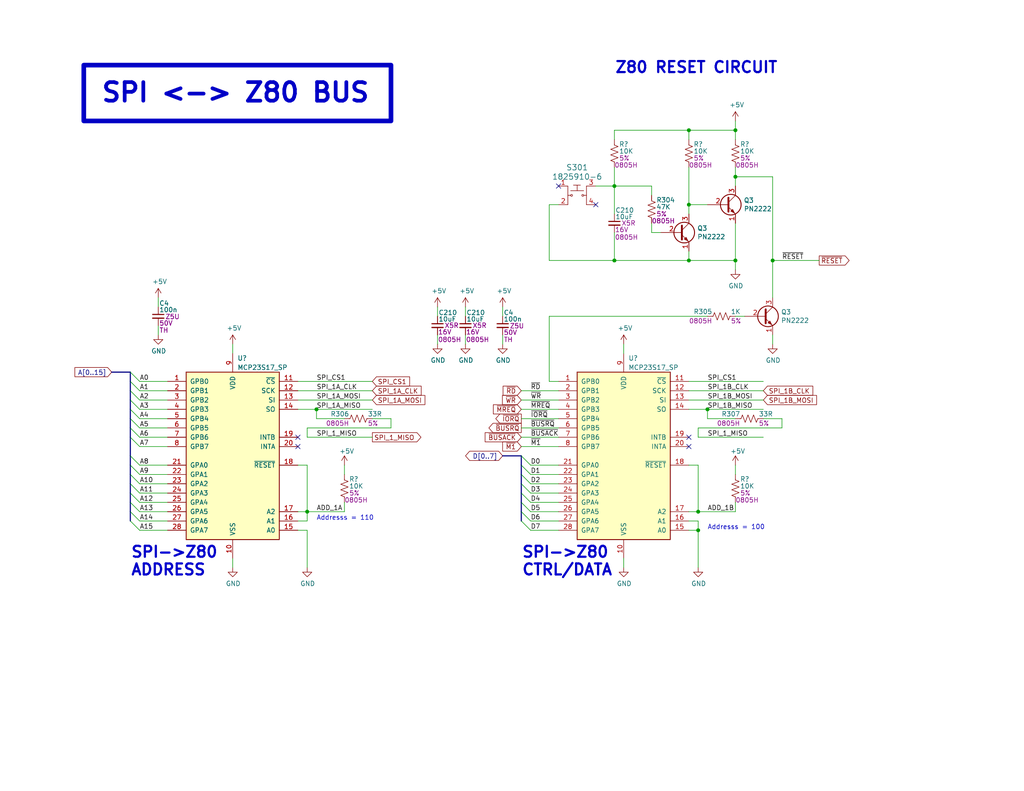
<source format=kicad_sch>
(kicad_sch (version 20230121) (generator eeschema)

  (uuid 31be5de9-2982-485b-9451-decb2b77c9f2)

  (paper "USLetter")

  (title_block
    (title "Z80 Retro! ESP32 Interface and Programmer")
    (date "2023-06-12")
    (rev "1.0")
    (company "Denno Wiggle")
    (comment 1 "SPI <-> Z80 ADDRESS, DATA, CONTROL ")
    (comment 2 "EXPANSION")
  )

  (lib_symbols
    (symbol "Device:Q_NPN_EBC" (pin_names (offset 0) hide) (in_bom yes) (on_board yes)
      (property "Reference" "Q" (at 5.08 1.27 0)
        (effects (font (size 1.27 1.27)) (justify left))
      )
      (property "Value" "Q_NPN_EBC" (at 5.08 -1.27 0)
        (effects (font (size 1.27 1.27)) (justify left))
      )
      (property "Footprint" "" (at 5.08 2.54 0)
        (effects (font (size 1.27 1.27)) hide)
      )
      (property "Datasheet" "~" (at 0 0 0)
        (effects (font (size 1.27 1.27)) hide)
      )
      (property "ki_keywords" "transistor NPN" (at 0 0 0)
        (effects (font (size 1.27 1.27)) hide)
      )
      (property "ki_description" "NPN transistor, emitter/base/collector" (at 0 0 0)
        (effects (font (size 1.27 1.27)) hide)
      )
      (symbol "Q_NPN_EBC_0_1"
        (polyline
          (pts
            (xy 0.635 0.635)
            (xy 2.54 2.54)
          )
          (stroke (width 0) (type default))
          (fill (type none))
        )
        (polyline
          (pts
            (xy 0.635 -0.635)
            (xy 2.54 -2.54)
            (xy 2.54 -2.54)
          )
          (stroke (width 0) (type default))
          (fill (type none))
        )
        (polyline
          (pts
            (xy 0.635 1.905)
            (xy 0.635 -1.905)
            (xy 0.635 -1.905)
          )
          (stroke (width 0.508) (type default))
          (fill (type none))
        )
        (polyline
          (pts
            (xy 1.27 -1.778)
            (xy 1.778 -1.27)
            (xy 2.286 -2.286)
            (xy 1.27 -1.778)
            (xy 1.27 -1.778)
          )
          (stroke (width 0) (type default))
          (fill (type outline))
        )
        (circle (center 1.27 0) (radius 2.8194)
          (stroke (width 0.254) (type default))
          (fill (type none))
        )
      )
      (symbol "Q_NPN_EBC_1_1"
        (pin passive line (at 2.54 -5.08 90) (length 2.54)
          (name "E" (effects (font (size 1.27 1.27))))
          (number "1" (effects (font (size 1.27 1.27))))
        )
        (pin passive line (at -5.08 0 0) (length 5.715)
          (name "B" (effects (font (size 1.27 1.27))))
          (number "2" (effects (font (size 1.27 1.27))))
        )
        (pin passive line (at 2.54 5.08 270) (length 2.54)
          (name "C" (effects (font (size 1.27 1.27))))
          (number "3" (effects (font (size 1.27 1.27))))
        )
      )
    )
    (symbol "WTM:C_100nF_Z5U_50V_TH" (pin_numbers hide) (pin_names (offset 0.254) hide) (in_bom yes) (on_board yes)
      (property "Reference" "C205" (at 0.254 3.556 0) (do_not_autoplace)
        (effects (font (size 1.27 1.27)) (justify left))
      )
      (property "Value" "100n" (at 0.254 1.778 0) (do_not_autoplace)
        (effects (font (size 1.27 1.27)) (justify left))
      )
      (property "Footprint" "Capacitor_THT:C_Disc_D3.8mm_W2.6mm_P2.50mm" (at 2.54 -25.4 0)
        (effects (font (size 1.27 1.27)) hide)
      )
      (property "Datasheet" "https://api.kemet.com/component-edge/download/specsheet/C315C104M5U5TA7303.pdf" (at 1.27 -10.16 0)
        (effects (font (size 1.27 1.27)) hide)
      )
      (property "Digikey" "399-9859-1-ND‎" (at 2.54 -12.7 0)
        (effects (font (size 1.27 1.27)) hide)
      )
      (property "Description" "CAP CER 0.1UF 50V Z5U RADIAL" (at 2.54 -15.24 0)
        (effects (font (size 1.27 1.27)) hide)
      )
      (property "Dielectric" "Z5U" (at 1.905 0.635 0) (do_not_autoplace)
        (effects (font (size 1.27 1.27)) (justify left top))
      )
      (property "Voltage" "50V" (at 0.254 -1.143 0) (do_not_autoplace)
        (effects (font (size 1.27 1.27)) (justify left top))
      )
      (property "Footprint2" "TH" (at 1.524 -3.81 0) (do_not_autoplace)
        (effects (font (size 1.27 1.27)))
      )
      (property "Digi-Key_PN" "399-9859-1-ND‎" (at 1.27 -22.86 0)
        (effects (font (size 1.27 1.27)) hide)
      )
      (property "MPN" "C315C104M5U5TA7303" (at 2.54 -20.32 0)
        (effects (font (size 1.27 1.27)) hide)
      )
      (property "Manufacturer" "KEMET" (at 1.27 -17.78 0)
        (effects (font (size 1.27 1.27)) hide)
      )
      (property "ki_keywords" "capacitor cap" (at 0 0 0)
        (effects (font (size 1.27 1.27)) hide)
      )
      (property "ki_description" "Unpolarized capacitor, small symbol" (at 0 0 0)
        (effects (font (size 1.27 1.27)) hide)
      )
      (property "ki_fp_filters" "C_*" (at 0 0 0)
        (effects (font (size 1.27 1.27)) hide)
      )
      (symbol "C_100nF_Z5U_50V_TH_0_1"
        (polyline
          (pts
            (xy -1.524 -0.508)
            (xy 1.524 -0.508)
          )
          (stroke (width 0.3302) (type default))
          (fill (type none))
        )
        (polyline
          (pts
            (xy -1.524 0.508)
            (xy 1.524 0.508)
          )
          (stroke (width 0.3048) (type default))
          (fill (type none))
        )
      )
      (symbol "C_100nF_Z5U_50V_TH_1_1"
        (pin passive line (at 0 2.54 270) (length 2.032)
          (name "~" (effects (font (size 1.27 1.27))))
          (number "1" (effects (font (size 1.27 1.27))))
        )
        (pin passive line (at 0 -2.54 90) (length 2.032)
          (name "~" (effects (font (size 1.27 1.27))))
          (number "2" (effects (font (size 1.27 1.27))))
        )
      )
    )
    (symbol "WTM:C_10uF_X5R_16V_0805H" (pin_numbers hide) (pin_names (offset 0.254) hide) (in_bom yes) (on_board yes)
      (property "Reference" "C206" (at 0.254 3.556 0) (do_not_autoplace)
        (effects (font (size 1.27 1.27)) (justify left))
      )
      (property "Value" "10uF" (at 0.254 1.778 0) (do_not_autoplace)
        (effects (font (size 1.27 1.27)) (justify left))
      )
      (property "Footprint" "Capacitor_SMD:C_0805_2012Metric_Pad1.18x1.45mm_HandSolder" (at 1.27 -20.32 0)
        (effects (font (size 1.27 1.27)) hide)
      )
      (property "Datasheet" "https://media.digikey.com/pdf/Data%20Sheets/Samsung%20PDFs/CL21A106KOQNNNG_Spec.pdf" (at 0 -10.16 0)
        (effects (font (size 1.27 1.27)) hide)
      )
      (property "Digikey" "1276-6455-1-ND" (at 1.27 -22.86 0)
        (effects (font (size 1.27 1.27)) hide)
      )
      (property "Description" "CAP CER 10UF 16V X5R 0805" (at 1.27 -12.7 0)
        (effects (font (size 1.27 1.27)) hide)
      )
      (property "Dielectric" "X5R" (at 1.905 0.762 0) (do_not_autoplace)
        (effects (font (size 1.27 1.27)) (justify left top))
      )
      (property "Voltage" "16V" (at 0.127 -1.016 0) (do_not_autoplace)
        (effects (font (size 1.27 1.27)) (justify left top))
      )
      (property "Footprint2" "0805H" (at 3.302 -3.81 0) (do_not_autoplace)
        (effects (font (size 1.27 1.27)))
      )
      (property "Digi-Key_PN" "1276-6455-1-ND" (at 1.27 -25.4 0)
        (effects (font (size 1.27 1.27)) hide)
      )
      (property "MPN" "CL21A106KOQNNNG" (at 0 -17.78 0)
        (effects (font (size 1.27 1.27)) hide)
      )
      (property "Manufacturer" "Samsung Electro-Mechanics" (at 1.27 -15.24 0)
        (effects (font (size 1.27 1.27)) hide)
      )
      (property "ki_keywords" "capacitor cap" (at 0 0 0)
        (effects (font (size 1.27 1.27)) hide)
      )
      (property "ki_description" "Unpolarized capacitor, small symbol" (at 0 0 0)
        (effects (font (size 1.27 1.27)) hide)
      )
      (property "ki_fp_filters" "C_*" (at 0 0 0)
        (effects (font (size 1.27 1.27)) hide)
      )
      (symbol "C_10uF_X5R_16V_0805H_0_1"
        (polyline
          (pts
            (xy -1.524 -0.508)
            (xy 1.524 -0.508)
          )
          (stroke (width 0.3302) (type default))
          (fill (type none))
        )
        (polyline
          (pts
            (xy -1.524 0.508)
            (xy 1.524 0.508)
          )
          (stroke (width 0.3048) (type default))
          (fill (type none))
        )
      )
      (symbol "C_10uF_X5R_16V_0805H_1_1"
        (pin passive line (at 0 2.54 270) (length 2.032)
          (name "~" (effects (font (size 1.27 1.27))))
          (number "1" (effects (font (size 1.27 1.27))))
        )
        (pin passive line (at 0 -2.54 90) (length 2.032)
          (name "~" (effects (font (size 1.27 1.27))))
          (number "2" (effects (font (size 1.27 1.27))))
        )
      )
    )
    (symbol "WTM:MCP23S17_SP" (pin_names (offset 1.016)) (in_bom yes) (on_board yes)
      (property "Reference" "U302" (at 1.27 26.67 0) (do_not_autoplace)
        (effects (font (size 1.27 1.27)) (justify left))
      )
      (property "Value" "MCP23S17_SP" (at 1.27 24.13 0) (do_not_autoplace)
        (effects (font (size 1.27 1.27)) (justify left))
      )
      (property "Footprint" "Package_DIP:DIP-28_W7.62mm_Socket" (at 3.81 -25.4 0)
        (effects (font (size 1.27 1.27)) (justify left) hide)
      )
      (property "Datasheet" "http://ww1.microchip.com/downloads/en/DeviceDoc/20001952C.pdf" (at 3.81 -27.94 0)
        (effects (font (size 1.27 1.27)) (justify left) hide)
      )
      (property "Description" "I/O Expander 16 SPI 10 MHz 28-SPDIP" (at 22.86 -38.1 0)
        (effects (font (size 1.27 1.27)) hide)
      )
      (property "MPN" "MCP23S17-E/SP" (at 11.43 -35.56 0)
        (effects (font (size 1.27 1.27)) hide)
      )
      (property "Manufacturer" "Microchip Technology" (at 13.97 -33.02 0)
        (effects (font (size 1.27 1.27)) hide)
      )
      (property "Digikey" "MCP23S17-E/SP-ND" (at 13.97 -30.48 0)
        (effects (font (size 1.27 1.27)) hide)
      )
      (property "ki_keywords" "microchip i2c parallel port expander" (at 0 0 0)
        (effects (font (size 1.27 1.27)) hide)
      )
      (property "ki_description" "16-bit I/O expander, SPI, interrupts, w pull-ups, SPDIP-28" (at 0 0 0)
        (effects (font (size 1.27 1.27)) hide)
      )
      (property "ki_fp_filters" "DIP*W7.62mm*" (at 0 0 0)
        (effects (font (size 1.27 1.27)) hide)
      )
      (symbol "MCP23S17_SP_0_1"
        (rectangle (start -12.7 22.86) (end 12.7 -22.86)
          (stroke (width 0.254) (type default))
          (fill (type background))
        )
      )
      (symbol "MCP23S17_SP_1_1"
        (pin bidirectional line (at 17.78 20.32 180) (length 5.08)
          (name "GPB0" (effects (font (size 1.27 1.27))))
          (number "1" (effects (font (size 1.27 1.27))))
        )
        (pin power_in line (at 0 -27.94 90) (length 5.08)
          (name "VSS" (effects (font (size 1.27 1.27))))
          (number "10" (effects (font (size 1.27 1.27))))
        )
        (pin input line (at -17.78 20.32 0) (length 5.08)
          (name "~{CS}" (effects (font (size 1.27 1.27))))
          (number "11" (effects (font (size 1.27 1.27))))
        )
        (pin input line (at -17.78 17.78 0) (length 5.08)
          (name "SCK" (effects (font (size 1.27 1.27))))
          (number "12" (effects (font (size 1.27 1.27))))
        )
        (pin input line (at -17.78 15.24 0) (length 5.08)
          (name "SI" (effects (font (size 1.27 1.27))))
          (number "13" (effects (font (size 1.27 1.27))))
        )
        (pin output line (at -17.78 12.7 0) (length 5.08)
          (name "SO" (effects (font (size 1.27 1.27))))
          (number "14" (effects (font (size 1.27 1.27))))
        )
        (pin input line (at -17.78 -20.32 0) (length 5.08)
          (name "A0" (effects (font (size 1.27 1.27))))
          (number "15" (effects (font (size 1.27 1.27))))
        )
        (pin input line (at -17.78 -17.78 0) (length 5.08)
          (name "A1" (effects (font (size 1.27 1.27))))
          (number "16" (effects (font (size 1.27 1.27))))
        )
        (pin input line (at -17.78 -15.24 0) (length 5.08)
          (name "A2" (effects (font (size 1.27 1.27))))
          (number "17" (effects (font (size 1.27 1.27))))
        )
        (pin input line (at -17.78 -2.54 0) (length 5.08)
          (name "~{RESET}" (effects (font (size 1.27 1.27))))
          (number "18" (effects (font (size 1.27 1.27))))
        )
        (pin tri_state line (at -17.78 5.08 0) (length 5.08)
          (name "INTB" (effects (font (size 1.27 1.27))))
          (number "19" (effects (font (size 1.27 1.27))))
        )
        (pin bidirectional line (at 17.78 17.78 180) (length 5.08)
          (name "GPB1" (effects (font (size 1.27 1.27))))
          (number "2" (effects (font (size 1.27 1.27))))
        )
        (pin tri_state line (at -17.78 2.54 0) (length 5.08)
          (name "INTA" (effects (font (size 1.27 1.27))))
          (number "20" (effects (font (size 1.27 1.27))))
        )
        (pin bidirectional line (at 17.78 -2.54 180) (length 5.08)
          (name "GPA0" (effects (font (size 1.27 1.27))))
          (number "21" (effects (font (size 1.27 1.27))))
        )
        (pin bidirectional line (at 17.78 -5.08 180) (length 5.08)
          (name "GPA1" (effects (font (size 1.27 1.27))))
          (number "22" (effects (font (size 1.27 1.27))))
        )
        (pin bidirectional line (at 17.78 -7.62 180) (length 5.08)
          (name "GPA2" (effects (font (size 1.27 1.27))))
          (number "23" (effects (font (size 1.27 1.27))))
        )
        (pin bidirectional line (at 17.78 -10.16 180) (length 5.08)
          (name "GPA3" (effects (font (size 1.27 1.27))))
          (number "24" (effects (font (size 1.27 1.27))))
        )
        (pin bidirectional line (at 17.78 -12.7 180) (length 5.08)
          (name "GPA4" (effects (font (size 1.27 1.27))))
          (number "25" (effects (font (size 1.27 1.27))))
        )
        (pin bidirectional line (at 17.78 -15.24 180) (length 5.08)
          (name "GPA5" (effects (font (size 1.27 1.27))))
          (number "26" (effects (font (size 1.27 1.27))))
        )
        (pin bidirectional line (at 17.78 -17.78 180) (length 5.08)
          (name "GPA6" (effects (font (size 1.27 1.27))))
          (number "27" (effects (font (size 1.27 1.27))))
        )
        (pin bidirectional line (at 17.78 -20.32 180) (length 5.08)
          (name "GPA7" (effects (font (size 1.27 1.27))))
          (number "28" (effects (font (size 1.27 1.27))))
        )
        (pin bidirectional line (at 17.78 15.24 180) (length 5.08)
          (name "GPB2" (effects (font (size 1.27 1.27))))
          (number "3" (effects (font (size 1.27 1.27))))
        )
        (pin bidirectional line (at 17.78 12.7 180) (length 5.08)
          (name "GPB3" (effects (font (size 1.27 1.27))))
          (number "4" (effects (font (size 1.27 1.27))))
        )
        (pin bidirectional line (at 17.78 10.16 180) (length 5.08)
          (name "GPB4" (effects (font (size 1.27 1.27))))
          (number "5" (effects (font (size 1.27 1.27))))
        )
        (pin bidirectional line (at 17.78 7.62 180) (length 5.08)
          (name "GPB5" (effects (font (size 1.27 1.27))))
          (number "6" (effects (font (size 1.27 1.27))))
        )
        (pin bidirectional line (at 17.78 5.08 180) (length 5.08)
          (name "GPB6" (effects (font (size 1.27 1.27))))
          (number "7" (effects (font (size 1.27 1.27))))
        )
        (pin bidirectional line (at 17.78 2.54 180) (length 5.08)
          (name "GPB7" (effects (font (size 1.27 1.27))))
          (number "8" (effects (font (size 1.27 1.27))))
        )
        (pin power_in line (at 0 27.94 270) (length 5.08)
          (name "VDD" (effects (font (size 1.27 1.27))))
          (number "9" (effects (font (size 1.27 1.27))))
        )
      )
    )
    (symbol "WTM:R_10K_5%_0805H" (pin_numbers hide) (pin_names (offset 0)) (in_bom yes) (on_board yes)
      (property "Reference" "R515" (at 1.27 2.54 0)
        (effects (font (size 1.27 1.27)) (justify left))
      )
      (property "Value" "10K" (at 1.27 0.635 0)
        (effects (font (size 1.27 1.27)) (justify left))
      )
      (property "Footprint" "Resistor_SMD:R_0805_2012Metric_Pad1.20x1.40mm_HandSolder" (at 0 -12.7 0)
        (effects (font (size 1.27 1.27)) hide)
      )
      (property "Datasheet" "https://www.yageo.com/upload/media/product/productsearch/datasheet/rchip/PYu-RC_Group_51_RoHS_L_12.pdf" (at 0 -15.24 0)
        (effects (font (size 1.27 1.27)) hide)
      )
      (property "Tolerance" "5%" (at 1.27 -1.27 0)
        (effects (font (size 1.27 1.27)) (justify left))
      )
      (property "Footprint2" "0805H" (at 0 -3.175 0)
        (effects (font (size 1.27 1.27)) (justify left))
      )
      (property "MPN" "RC0805JR-0710KL" (at 0 -20.32 0)
        (effects (font (size 1.27 1.27)) hide)
      )
      (property "Manufacturer" "Yaego" (at 0 -25.4 0)
        (effects (font (size 1.27 1.27)) hide)
      )
      (property "Description" "RES 10K OHM 5% 1/8W 0805" (at 0 -17.78 0)
        (effects (font (size 1.27 1.27)) hide)
      )
      (property "Digikey" "311-10KARCT-ND" (at 0 -22.86 0)
        (effects (font (size 1.27 1.27)) hide)
      )
      (property "ki_keywords" "R res resistor" (at 0 0 0)
        (effects (font (size 1.27 1.27)) hide)
      )
      (property "ki_description" "Resistor, US symbol" (at 0 0 0)
        (effects (font (size 1.27 1.27)) hide)
      )
      (property "ki_fp_filters" "R_*" (at 0 0 0)
        (effects (font (size 1.27 1.27)) hide)
      )
      (symbol "R_10K_5%_0805H_0_1"
        (polyline
          (pts
            (xy 0 -2.286)
            (xy 0 -2.54)
          )
          (stroke (width 0) (type default))
          (fill (type none))
        )
        (polyline
          (pts
            (xy 0 2.286)
            (xy 0 2.54)
          )
          (stroke (width 0) (type default))
          (fill (type none))
        )
        (polyline
          (pts
            (xy 0 -0.762)
            (xy 1.016 -1.143)
            (xy 0 -1.524)
            (xy -1.016 -1.905)
            (xy 0 -2.286)
          )
          (stroke (width 0) (type default))
          (fill (type none))
        )
        (polyline
          (pts
            (xy 0 0.762)
            (xy 1.016 0.381)
            (xy 0 0)
            (xy -1.016 -0.381)
            (xy 0 -0.762)
          )
          (stroke (width 0) (type default))
          (fill (type none))
        )
        (polyline
          (pts
            (xy 0 2.286)
            (xy 1.016 1.905)
            (xy 0 1.524)
            (xy -1.016 1.143)
            (xy 0 0.762)
          )
          (stroke (width 0) (type default))
          (fill (type none))
        )
      )
      (symbol "R_10K_5%_0805H_1_1"
        (pin passive line (at 0 3.81 270) (length 1.27)
          (name "~" (effects (font (size 1.27 1.27))))
          (number "1" (effects (font (size 1.27 1.27))))
        )
        (pin passive line (at 0 -3.81 90) (length 1.27)
          (name "~" (effects (font (size 1.27 1.27))))
          (number "2" (effects (font (size 1.27 1.27))))
        )
      )
    )
    (symbol "WTM:R_1K_5%_0805H_Horizontal1" (pin_numbers hide) (pin_names (offset 0)) (in_bom yes) (on_board yes)
      (property "Reference" "R" (at -7.62 1.27 0) (do_not_autoplace)
        (effects (font (size 1.27 1.27)) (justify left))
      )
      (property "Value" "1K" (at 2.54 1.27 0) (do_not_autoplace)
        (effects (font (size 1.27 1.27)) (justify left))
      )
      (property "Footprint" "Resistor_SMD:R_0805_2012Metric_Pad1.20x1.40mm_HandSolder" (at 0 -12.7 0)
        (effects (font (size 1.27 1.27)) hide)
      )
      (property "Datasheet" "https://www.yageo.com/upload/media/product/productsearch/datasheet/rchip/PYu-RC_Group_51_RoHS_L_12.pdf" (at 0 -15.24 0)
        (effects (font (size 1.27 1.27)) hide)
      )
      (property "Tolerance" "5%" (at 2.54 -1.27 0) (do_not_autoplace)
        (effects (font (size 1.27 1.27)) (justify left))
      )
      (property "Footprint2" "0805H" (at -8.89 -1.27 0) (do_not_autoplace)
        (effects (font (size 1.27 1.27)) (justify left))
      )
      (property "MPN" "RC0805JR-071KL" (at 0 -20.32 0)
        (effects (font (size 1.27 1.27)) hide)
      )
      (property "Manufacturer" "Yaego" (at 0 -25.4 0)
        (effects (font (size 1.27 1.27)) hide)
      )
      (property "Description" "RES 1K OHM 5% 1/8W 0805" (at 0 -17.78 0)
        (effects (font (size 1.27 1.27)) hide)
      )
      (property "Digikey" "311-1.0KARCT-ND" (at 0 -22.86 0)
        (effects (font (size 1.27 1.27)) hide)
      )
      (property "ki_keywords" "R res resistor" (at 0 0 0)
        (effects (font (size 1.27 1.27)) hide)
      )
      (property "ki_description" "Resistor, US symbol" (at 0 0 0)
        (effects (font (size 1.27 1.27)) hide)
      )
      (property "ki_fp_filters" "R_*" (at 0 0 0)
        (effects (font (size 1.27 1.27)) hide)
      )
      (symbol "R_1K_5%_0805H_Horizontal1_0_1"
        (polyline
          (pts
            (xy -2.286 0)
            (xy -2.54 0)
          )
          (stroke (width 0) (type default))
          (fill (type none))
        )
        (polyline
          (pts
            (xy 2.286 0)
            (xy 2.54 0)
          )
          (stroke (width 0) (type default))
          (fill (type none))
        )
        (polyline
          (pts
            (xy -2.286 0)
            (xy -1.905 1.016)
            (xy -1.524 0)
            (xy -1.143 -1.016)
            (xy -0.762 0)
          )
          (stroke (width 0) (type default))
          (fill (type none))
        )
        (polyline
          (pts
            (xy -0.762 0)
            (xy -0.381 1.016)
            (xy 0 0)
            (xy 0.381 -1.016)
            (xy 0.762 0)
          )
          (stroke (width 0) (type default))
          (fill (type none))
        )
        (polyline
          (pts
            (xy 0.762 0)
            (xy 1.143 1.016)
            (xy 1.524 0)
            (xy 1.905 -1.016)
            (xy 2.286 0)
          )
          (stroke (width 0) (type default))
          (fill (type none))
        )
      )
      (symbol "R_1K_5%_0805H_Horizontal1_1_1"
        (pin passive line (at -3.81 0 0) (length 1.27)
          (name "~" (effects (font (size 1.27 1.27))))
          (number "1" (effects (font (size 1.27 1.27))))
        )
        (pin passive line (at 3.81 0 180) (length 1.27)
          (name "~" (effects (font (size 1.27 1.27))))
          (number "2" (effects (font (size 1.27 1.27))))
        )
      )
    )
    (symbol "WTM:R_33R_5%_0805H_Horizontal1" (pin_numbers hide) (pin_names (offset 0)) (in_bom yes) (on_board yes)
      (property "Reference" "R" (at -7.62 1.27 0) (do_not_autoplace)
        (effects (font (size 1.27 1.27)) (justify left))
      )
      (property "Value" "33R" (at 2.54 1.27 0) (do_not_autoplace)
        (effects (font (size 1.27 1.27)) (justify left))
      )
      (property "Footprint" "Resistor_SMD:R_0805_2012Metric_Pad1.20x1.40mm_HandSolder" (at 0 -12.7 0)
        (effects (font (size 1.27 1.27)) hide)
      )
      (property "Datasheet" "https://www.yageo.com/upload/media/product/productsearch/datasheet/rchip/PYu-RC_Group_51_RoHS_L_12.pdf" (at 0 -15.24 0)
        (effects (font (size 1.27 1.27)) hide)
      )
      (property "Tolerance" "5%" (at 2.54 -1.27 0) (do_not_autoplace)
        (effects (font (size 1.27 1.27)) (justify left))
      )
      (property "Footprint2" "0805H" (at -8.89 -1.27 0) (do_not_autoplace)
        (effects (font (size 1.27 1.27)) (justify left))
      )
      (property "MPN" "RC0805JR-0733RL" (at 0 -20.32 0)
        (effects (font (size 1.27 1.27)) hide)
      )
      (property "Manufacturer" "Yaego" (at 0 -25.4 0)
        (effects (font (size 1.27 1.27)) hide)
      )
      (property "Description" "RES 33 OHM 5% 1/8W 0805" (at 0 -17.78 0)
        (effects (font (size 1.27 1.27)) hide)
      )
      (property "Digikey" "311-33ARCT-ND" (at 0 -22.86 0)
        (effects (font (size 1.27 1.27)) hide)
      )
      (property "ki_keywords" "R res resistor" (at 0 0 0)
        (effects (font (size 1.27 1.27)) hide)
      )
      (property "ki_description" "Resistor, US symbol" (at 0 0 0)
        (effects (font (size 1.27 1.27)) hide)
      )
      (property "ki_fp_filters" "R_*" (at 0 0 0)
        (effects (font (size 1.27 1.27)) hide)
      )
      (symbol "R_33R_5%_0805H_Horizontal1_0_1"
        (polyline
          (pts
            (xy -2.286 0)
            (xy -2.54 0)
          )
          (stroke (width 0) (type default))
          (fill (type none))
        )
        (polyline
          (pts
            (xy 2.286 0)
            (xy 2.54 0)
          )
          (stroke (width 0) (type default))
          (fill (type none))
        )
        (polyline
          (pts
            (xy -2.286 0)
            (xy -1.905 1.016)
            (xy -1.524 0)
            (xy -1.143 -1.016)
            (xy -0.762 0)
          )
          (stroke (width 0) (type default))
          (fill (type none))
        )
        (polyline
          (pts
            (xy -0.762 0)
            (xy -0.381 1.016)
            (xy 0 0)
            (xy 0.381 -1.016)
            (xy 0.762 0)
          )
          (stroke (width 0) (type default))
          (fill (type none))
        )
        (polyline
          (pts
            (xy 0.762 0)
            (xy 1.143 1.016)
            (xy 1.524 0)
            (xy 1.905 -1.016)
            (xy 2.286 0)
          )
          (stroke (width 0) (type default))
          (fill (type none))
        )
      )
      (symbol "R_33R_5%_0805H_Horizontal1_1_1"
        (pin passive line (at -3.81 0 0) (length 1.27)
          (name "~" (effects (font (size 1.27 1.27))))
          (number "1" (effects (font (size 1.27 1.27))))
        )
        (pin passive line (at 3.81 0 180) (length 1.27)
          (name "~" (effects (font (size 1.27 1.27))))
          (number "2" (effects (font (size 1.27 1.27))))
        )
      )
    )
    (symbol "WTM:R_47K_5%_0805H" (pin_numbers hide) (pin_names (offset 0)) (in_bom yes) (on_board yes)
      (property "Reference" "R" (at 1.27 2.54 0) (do_not_autoplace)
        (effects (font (size 1.27 1.27)) (justify left))
      )
      (property "Value" "47K" (at 1.27 0.635 0) (do_not_autoplace)
        (effects (font (size 1.27 1.27)) (justify left))
      )
      (property "Footprint" "Resistor_SMD:R_0805_2012Metric_Pad1.20x1.40mm_HandSolder" (at 0 -12.7 0)
        (effects (font (size 1.27 1.27)) hide)
      )
      (property "Datasheet" "https://www.yageo.com/upload/media/product/productsearch/datasheet/rchip/PYu-RC_Group_51_RoHS_L_12.pdf" (at 0 -15.24 0)
        (effects (font (size 1.27 1.27)) hide)
      )
      (property "Tolerance" "5%" (at 1.27 -1.27 0) (do_not_autoplace)
        (effects (font (size 1.27 1.27)) (justify left))
      )
      (property "Footprint2" "0805H" (at 0 -3.175 0) (do_not_autoplace)
        (effects (font (size 1.27 1.27)) (justify left))
      )
      (property "MPN" "RC0805JR-0747KL" (at 0 -20.32 0)
        (effects (font (size 1.27 1.27)) hide)
      )
      (property "Manufacturer" "Yaego" (at 0 -25.4 0)
        (effects (font (size 1.27 1.27)) hide)
      )
      (property "Description" "RES 47K OHM 5% 1/8W 0805" (at 0 -17.78 0)
        (effects (font (size 1.27 1.27)) hide)
      )
      (property "Digikey" "311-47KARCT-ND" (at 0 -22.86 0)
        (effects (font (size 1.27 1.27)) hide)
      )
      (property "ki_keywords" "R res resistor" (at 0 0 0)
        (effects (font (size 1.27 1.27)) hide)
      )
      (property "ki_description" "Resistor, US symbol" (at 0 0 0)
        (effects (font (size 1.27 1.27)) hide)
      )
      (property "ki_fp_filters" "R_*" (at 0 0 0)
        (effects (font (size 1.27 1.27)) hide)
      )
      (symbol "R_47K_5%_0805H_0_1"
        (polyline
          (pts
            (xy 0 -2.286)
            (xy 0 -2.54)
          )
          (stroke (width 0) (type default))
          (fill (type none))
        )
        (polyline
          (pts
            (xy 0 2.286)
            (xy 0 2.54)
          )
          (stroke (width 0) (type default))
          (fill (type none))
        )
        (polyline
          (pts
            (xy 0 -0.762)
            (xy 1.016 -1.143)
            (xy 0 -1.524)
            (xy -1.016 -1.905)
            (xy 0 -2.286)
          )
          (stroke (width 0) (type default))
          (fill (type none))
        )
        (polyline
          (pts
            (xy 0 0.762)
            (xy 1.016 0.381)
            (xy 0 0)
            (xy -1.016 -0.381)
            (xy 0 -0.762)
          )
          (stroke (width 0) (type default))
          (fill (type none))
        )
        (polyline
          (pts
            (xy 0 2.286)
            (xy 1.016 1.905)
            (xy 0 1.524)
            (xy -1.016 1.143)
            (xy 0 0.762)
          )
          (stroke (width 0) (type default))
          (fill (type none))
        )
      )
      (symbol "R_47K_5%_0805H_1_1"
        (pin passive line (at 0 3.81 270) (length 1.27)
          (name "~" (effects (font (size 1.27 1.27))))
          (number "1" (effects (font (size 1.27 1.27))))
        )
        (pin passive line (at 0 -3.81 90) (length 1.27)
          (name "~" (effects (font (size 1.27 1.27))))
          (number "2" (effects (font (size 1.27 1.27))))
        )
      )
    )
    (symbol "dk_Tactile-Switches:1825910-6" (pin_names (offset 1.016)) (in_bom yes) (on_board yes)
      (property "Reference" "S" (at 0 4.572 0)
        (effects (font (size 1.524 1.524)))
      )
      (property "Value" "1825910-6" (at 0.127 -5.08 0)
        (effects (font (size 1.524 1.524)))
      )
      (property "Footprint" "digikey-footprints:Switch_Tactile_THT_6x6mm" (at 5.08 5.08 0)
        (effects (font (size 1.524 1.524)) (justify left) hide)
      )
      (property "Datasheet" "https://www.te.com/commerce/DocumentDelivery/DDEController?Action=srchrtrv&DocNm=1825910&DocType=Customer+Drawing&DocLang=English" (at 5.08 7.62 0)
        (effects (font (size 1.524 1.524)) (justify left) hide)
      )
      (property "Digi-Key_PN" "450-1650-ND" (at 5.08 10.16 0)
        (effects (font (size 1.524 1.524)) (justify left) hide)
      )
      (property "MPN" "1825910-6" (at 5.08 12.7 0)
        (effects (font (size 1.524 1.524)) (justify left) hide)
      )
      (property "Category" "Switches" (at 5.08 15.24 0)
        (effects (font (size 1.524 1.524)) (justify left) hide)
      )
      (property "Family" "Tactile Switches" (at 5.08 17.78 0)
        (effects (font (size 1.524 1.524)) (justify left) hide)
      )
      (property "DK_Datasheet_Link" "https://www.te.com/commerce/DocumentDelivery/DDEController?Action=srchrtrv&DocNm=1825910&DocType=Customer+Drawing&DocLang=English" (at 5.08 20.32 0)
        (effects (font (size 1.524 1.524)) (justify left) hide)
      )
      (property "DK_Detail_Page" "/product-detail/en/te-connectivity-alcoswitch-switches/1825910-6/450-1650-ND/1632536" (at 5.08 22.86 0)
        (effects (font (size 1.524 1.524)) (justify left) hide)
      )
      (property "Description" "SWITCH TACTILE SPST-NO 0.05A 24V" (at 5.08 25.4 0)
        (effects (font (size 1.524 1.524)) (justify left) hide)
      )
      (property "Manufacturer" "TE Connectivity ALCOSWITCH Switches" (at 5.08 27.94 0)
        (effects (font (size 1.524 1.524)) (justify left) hide)
      )
      (property "Status" "Active" (at 5.08 30.48 0)
        (effects (font (size 1.524 1.524)) (justify left) hide)
      )
      (property "ki_keywords" "450-1650-ND FSMJ" (at 0 0 0)
        (effects (font (size 1.27 1.27)) hide)
      )
      (property "ki_description" "SWITCH TACTILE SPST-NO 0.05A 24V" (at 0 0 0)
        (effects (font (size 1.27 1.27)) hide)
      )
      (symbol "1825910-6_0_1"
        (circle (center -1.524 0) (radius 0.254)
          (stroke (width 0) (type solid))
          (fill (type none))
        )
        (polyline
          (pts
            (xy -2.54 2.54)
            (xy -2.54 -2.54)
          )
          (stroke (width 0) (type solid))
          (fill (type none))
        )
        (polyline
          (pts
            (xy -1.778 0)
            (xy -2.54 0)
          )
          (stroke (width 0) (type solid))
          (fill (type none))
        )
        (polyline
          (pts
            (xy -1.778 1.27)
            (xy 1.778 1.27)
          )
          (stroke (width 0) (type solid))
          (fill (type none))
        )
        (polyline
          (pts
            (xy 2.54 -2.54)
            (xy 2.54 2.54)
          )
          (stroke (width 0) (type solid))
          (fill (type none))
        )
        (polyline
          (pts
            (xy 2.54 0)
            (xy 1.778 0)
          )
          (stroke (width 0) (type solid))
          (fill (type none))
        )
        (circle (center 1.524 0) (radius 0.254)
          (stroke (width 0) (type solid))
          (fill (type none))
        )
      )
      (symbol "1825910-6_1_1"
        (polyline
          (pts
            (xy -1.016 2.794)
            (xy 0.889 2.794)
          )
          (stroke (width 0) (type solid))
          (fill (type none))
        )
        (polyline
          (pts
            (xy 0 2.794)
            (xy 0 1.27)
          )
          (stroke (width 0) (type solid))
          (fill (type none))
        )
        (pin passive line (at -5.08 2.54 0) (length 2.54)
          (name "~" (effects (font (size 1.27 1.27))))
          (number "1" (effects (font (size 1.27 1.27))))
        )
        (pin passive line (at -5.08 -2.54 0) (length 2.54)
          (name "~" (effects (font (size 1.27 1.27))))
          (number "2" (effects (font (size 1.27 1.27))))
        )
        (pin passive line (at 5.08 2.54 180) (length 2.54)
          (name "~" (effects (font (size 1.27 1.27))))
          (number "3" (effects (font (size 1.27 1.27))))
        )
        (pin passive line (at 5.08 -2.54 180) (length 2.54)
          (name "~" (effects (font (size 1.27 1.27))))
          (number "4" (effects (font (size 1.27 1.27))))
        )
      )
    )
    (symbol "power:+5V" (power) (pin_names (offset 0)) (in_bom yes) (on_board yes)
      (property "Reference" "#PWR" (at 0 -3.81 0)
        (effects (font (size 1.27 1.27)) hide)
      )
      (property "Value" "+5V" (at 0 3.556 0)
        (effects (font (size 1.27 1.27)))
      )
      (property "Footprint" "" (at 0 0 0)
        (effects (font (size 1.27 1.27)) hide)
      )
      (property "Datasheet" "" (at 0 0 0)
        (effects (font (size 1.27 1.27)) hide)
      )
      (property "ki_keywords" "global power" (at 0 0 0)
        (effects (font (size 1.27 1.27)) hide)
      )
      (property "ki_description" "Power symbol creates a global label with name \"+5V\"" (at 0 0 0)
        (effects (font (size 1.27 1.27)) hide)
      )
      (symbol "+5V_0_1"
        (polyline
          (pts
            (xy -0.762 1.27)
            (xy 0 2.54)
          )
          (stroke (width 0) (type default))
          (fill (type none))
        )
        (polyline
          (pts
            (xy 0 0)
            (xy 0 2.54)
          )
          (stroke (width 0) (type default))
          (fill (type none))
        )
        (polyline
          (pts
            (xy 0 2.54)
            (xy 0.762 1.27)
          )
          (stroke (width 0) (type default))
          (fill (type none))
        )
      )
      (symbol "+5V_1_1"
        (pin power_in line (at 0 0 90) (length 0) hide
          (name "+5V" (effects (font (size 1.27 1.27))))
          (number "1" (effects (font (size 1.27 1.27))))
        )
      )
    )
    (symbol "power:GND" (power) (pin_names (offset 0)) (in_bom yes) (on_board yes)
      (property "Reference" "#PWR" (at 0 -6.35 0)
        (effects (font (size 1.27 1.27)) hide)
      )
      (property "Value" "GND" (at 0 -3.81 0)
        (effects (font (size 1.27 1.27)))
      )
      (property "Footprint" "" (at 0 0 0)
        (effects (font (size 1.27 1.27)) hide)
      )
      (property "Datasheet" "" (at 0 0 0)
        (effects (font (size 1.27 1.27)) hide)
      )
      (property "ki_keywords" "global power" (at 0 0 0)
        (effects (font (size 1.27 1.27)) hide)
      )
      (property "ki_description" "Power symbol creates a global label with name \"GND\" , ground" (at 0 0 0)
        (effects (font (size 1.27 1.27)) hide)
      )
      (symbol "GND_0_1"
        (polyline
          (pts
            (xy 0 0)
            (xy 0 -1.27)
            (xy 1.27 -1.27)
            (xy 0 -2.54)
            (xy -1.27 -1.27)
            (xy 0 -1.27)
          )
          (stroke (width 0) (type default))
          (fill (type none))
        )
      )
      (symbol "GND_1_1"
        (pin power_in line (at 0 0 270) (length 0) hide
          (name "GND" (effects (font (size 1.27 1.27))))
          (number "1" (effects (font (size 1.27 1.27))))
        )
      )
    )
  )

  (junction (at 210.82 71.12) (diameter 0) (color 0 0 0 0)
    (uuid 12ab8b40-b8a9-4144-837d-73a4c1aff0b5)
  )
  (junction (at 200.66 35.56) (diameter 0) (color 0 0 0 0)
    (uuid 257aab00-d4dd-4495-adc5-24159859f526)
  )
  (junction (at 83.82 139.7) (diameter 0) (color 0 0 0 0)
    (uuid 2fc225d2-d90d-490a-9c44-4061ac187301)
  )
  (junction (at 200.66 71.12) (diameter 0) (color 0 0 0 0)
    (uuid 2fe4b728-8fdd-4f2e-8d1f-9e8517d6626a)
  )
  (junction (at 187.96 35.56) (diameter 0) (color 0 0 0 0)
    (uuid 4ff497b3-0c14-4a37-bd5d-eceebad627b8)
  )
  (junction (at 86.36 111.76) (diameter 0) (color 0 0 0 0)
    (uuid 5d32f7bb-2c3c-447f-b2d8-ed36c150ff95)
  )
  (junction (at 200.66 48.26) (diameter 0) (color 0 0 0 0)
    (uuid 79bcc605-f359-4384-8bc6-25c14c02a026)
  )
  (junction (at 190.5 139.7) (diameter 0) (color 0 0 0 0)
    (uuid 7cc34ba1-6681-4a96-9905-2191b5397f32)
  )
  (junction (at 190.5 144.78) (diameter 0) (color 0 0 0 0)
    (uuid 7f04cac2-0ae2-467c-ae78-c234d8a146f0)
  )
  (junction (at 167.64 50.8) (diameter 0) (color 0 0 0 0)
    (uuid 828fcbd3-676a-423a-bf95-472553f80436)
  )
  (junction (at 187.96 71.12) (diameter 0) (color 0 0 0 0)
    (uuid acda5e21-bb6d-4bf0-8779-4678ea7ae09e)
  )
  (junction (at 167.64 71.12) (diameter 0) (color 0 0 0 0)
    (uuid b547f274-c66f-4c6b-a519-0be6abf47f1c)
  )
  (junction (at 187.96 55.88) (diameter 0) (color 0 0 0 0)
    (uuid d3357715-8c5c-4210-9417-bef4d14c6aa6)
  )
  (junction (at 193.04 111.76) (diameter 0) (color 0 0 0 0)
    (uuid e6120f19-71d3-4dab-8788-7de2f4591b9b)
  )

  (no_connect (at 81.28 121.92) (uuid 9b08e6ab-1fb3-48fe-9895-01d2f0356179))
  (no_connect (at 187.96 119.38) (uuid b9dcce84-ab6f-49be-b55f-28caf835a2c1))
  (no_connect (at 187.96 121.92) (uuid d1a69f95-a48f-4c09-8385-ce0c7f80edb9))
  (no_connect (at 152.4 50.8) (uuid ef6d784a-42a3-4efb-9122-274938b6b1ed))
  (no_connect (at 81.28 119.38) (uuid fced1d09-4db2-486f-b34a-c52588f64c7e))
  (no_connect (at 162.56 55.88) (uuid ffc7da56-6164-4795-96ff-5bdf471d7d77))

  (bus_entry (at 38.1 144.78) (size -2.54 -2.54)
    (stroke (width 0) (type default))
    (uuid 0ae5936b-62c7-47ef-9405-46f9b2818136)
  )
  (bus_entry (at 144.78 139.7) (size -2.54 -2.54)
    (stroke (width 0) (type default))
    (uuid 0f1e2999-1fb3-4aac-979d-01523fe1188e)
  )
  (bus_entry (at 144.78 144.78) (size -2.54 -2.54)
    (stroke (width 0) (type default))
    (uuid 153c781e-a85b-435b-8914-6713ae522ece)
  )
  (bus_entry (at 38.1 111.76) (size -2.54 -2.54)
    (stroke (width 0) (type default))
    (uuid 1b69fc99-35dc-4864-98f5-19c88932055a)
  )
  (bus_entry (at 38.1 139.7) (size -2.54 -2.54)
    (stroke (width 0) (type default))
    (uuid 343cfb41-d862-4fcf-8c14-c20451b387ec)
  )
  (bus_entry (at 38.1 137.16) (size -2.54 -2.54)
    (stroke (width 0) (type default))
    (uuid 3e0f6fea-be2c-4751-8c9d-49ed8ff54f04)
  )
  (bus_entry (at 38.1 142.24) (size -2.54 -2.54)
    (stroke (width 0) (type default))
    (uuid 48b1a5ab-931d-4cd3-a277-d648bbbac7e0)
  )
  (bus_entry (at 144.78 137.16) (size -2.54 -2.54)
    (stroke (width 0) (type default))
    (uuid 51856cb8-0e97-4fb2-9f63-94d26b521e73)
  )
  (bus_entry (at 144.78 134.62) (size -2.54 -2.54)
    (stroke (width 0) (type default))
    (uuid 5295faab-8aa0-4271-84bf-3d5e0e4e346d)
  )
  (bus_entry (at 38.1 121.92) (size -2.54 -2.54)
    (stroke (width 0) (type default))
    (uuid 5d4d5b78-8385-4b59-9349-8594cd7772ee)
  )
  (bus_entry (at 144.78 142.24) (size -2.54 -2.54)
    (stroke (width 0) (type default))
    (uuid 63b21bda-b521-42d6-9c70-76485ab0aead)
  )
  (bus_entry (at 38.1 106.68) (size -2.54 -2.54)
    (stroke (width 0) (type default))
    (uuid 676d0592-862e-4c91-b014-d2bac05b0bce)
  )
  (bus_entry (at 38.1 119.38) (size -2.54 -2.54)
    (stroke (width 0) (type default))
    (uuid 75de787f-bbd1-4d1a-90b5-861612777526)
  )
  (bus_entry (at 38.1 127) (size -2.54 -2.54)
    (stroke (width 0) (type default))
    (uuid 7dba1c23-3aca-4f60-99e6-f3bed4798ccf)
  )
  (bus_entry (at 38.1 114.3) (size -2.54 -2.54)
    (stroke (width 0) (type default))
    (uuid 8f4619c4-d0e3-4418-ac0f-ad8388e7b6c8)
  )
  (bus_entry (at 144.78 129.54) (size -2.54 -2.54)
    (stroke (width 0) (type default))
    (uuid 9dbfedd0-64b1-4189-8a91-81890fbf1e1e)
  )
  (bus_entry (at 38.1 134.62) (size -2.54 -2.54)
    (stroke (width 0) (type default))
    (uuid a1738948-1b65-4acb-abf5-cdc96bae5802)
  )
  (bus_entry (at 38.1 109.22) (size -2.54 -2.54)
    (stroke (width 0) (type default))
    (uuid b34051df-2625-41e3-ba8c-21c828b80c9c)
  )
  (bus_entry (at 38.1 116.84) (size -2.54 -2.54)
    (stroke (width 0) (type default))
    (uuid c33683c1-a790-49ff-b0ac-01e1bbb89427)
  )
  (bus_entry (at 38.1 129.54) (size -2.54 -2.54)
    (stroke (width 0) (type default))
    (uuid df609ec0-b59d-4b1b-9a5d-d4bcde298b20)
  )
  (bus_entry (at 38.1 132.08) (size -2.54 -2.54)
    (stroke (width 0) (type default))
    (uuid df942e77-0e5d-4a9a-88d9-d590a67a4651)
  )
  (bus_entry (at 144.78 127) (size -2.54 -2.54)
    (stroke (width 0) (type default))
    (uuid e4b47c1a-5e93-4629-903b-547566a4e23d)
  )
  (bus_entry (at 144.78 132.08) (size -2.54 -2.54)
    (stroke (width 0) (type default))
    (uuid ed9d0a03-afaf-44b8-8a03-642aac10aee0)
  )
  (bus_entry (at 38.1 104.14) (size -2.54 -2.54)
    (stroke (width 0) (type default))
    (uuid fdeddb0d-12dd-4516-85cd-e45f4dced844)
  )

  (wire (pts (xy 63.5 93.98) (xy 63.5 96.52))
    (stroke (width 0) (type default))
    (uuid 02975a96-6c7f-4ec1-a510-0601f28843ed)
  )
  (wire (pts (xy 187.96 35.56) (xy 167.64 35.56))
    (stroke (width 0) (type default))
    (uuid 03dadee1-0d34-400e-b797-264dc71097c9)
  )
  (wire (pts (xy 187.96 68.58) (xy 187.96 71.12))
    (stroke (width 0) (type default))
    (uuid 0639b7fb-4e00-4883-887c-471414511249)
  )
  (wire (pts (xy 190.5 116.84) (xy 213.36 116.84))
    (stroke (width 0) (type default))
    (uuid 06fdf88f-05e6-41b3-9e2b-4dba97c13d9f)
  )
  (wire (pts (xy 187.96 104.14) (xy 208.28 104.14))
    (stroke (width 0) (type default))
    (uuid 077408b3-da06-4497-b292-3e300b7094d2)
  )
  (wire (pts (xy 119.38 83.82) (xy 119.38 86.36))
    (stroke (width 0) (type default))
    (uuid 087bb142-5de1-4c14-8850-0470f80dfc8a)
  )
  (bus (pts (xy 35.56 127) (xy 35.56 124.46))
    (stroke (width 0) (type default))
    (uuid 08cdd31c-a9a4-44b3-a730-d7f4cd997151)
  )
  (bus (pts (xy 35.56 139.7) (xy 35.56 137.16))
    (stroke (width 0) (type default))
    (uuid 0be302bb-2422-4978-9564-8e28f4adc9a0)
  )
  (bus (pts (xy 35.56 116.84) (xy 35.56 114.3))
    (stroke (width 0) (type default))
    (uuid 0ca333ee-5f56-434d-adb5-22452bba14ad)
  )

  (wire (pts (xy 127 83.82) (xy 127 86.36))
    (stroke (width 0) (type default))
    (uuid 0e750388-8d44-40e8-9d13-be0246421af6)
  )
  (wire (pts (xy 142.24 106.68) (xy 152.4 106.68))
    (stroke (width 0) (type default))
    (uuid 0e880060-dd61-4349-9272-76c1c1d13620)
  )
  (wire (pts (xy 106.68 116.84) (xy 106.68 114.3))
    (stroke (width 0) (type default))
    (uuid 11ee9c63-0c38-4268-9555-7c48a64cb666)
  )
  (wire (pts (xy 200.66 48.26) (xy 200.66 50.8))
    (stroke (width 0) (type default))
    (uuid 1ab8c8f6-8235-4be5-92c6-ec1427f75b35)
  )
  (wire (pts (xy 152.4 104.14) (xy 149.86 104.14))
    (stroke (width 0) (type default))
    (uuid 1d57e777-4235-4660-9011-1d71760ac0df)
  )
  (wire (pts (xy 137.16 91.44) (xy 137.16 93.98))
    (stroke (width 0) (type default))
    (uuid 1f9e1653-910f-4c7d-a5a7-266dd65f62f8)
  )
  (wire (pts (xy 137.16 83.82) (xy 137.16 86.36))
    (stroke (width 0) (type default))
    (uuid 2150d502-d668-4577-864b-60ab7f4b64e4)
  )
  (wire (pts (xy 190.5 127) (xy 190.5 139.7))
    (stroke (width 0) (type default))
    (uuid 2393bf47-a7ec-497c-80f1-a96ea4297b35)
  )
  (wire (pts (xy 187.96 106.68) (xy 208.28 106.68))
    (stroke (width 0) (type default))
    (uuid 2445fcf8-d669-477d-b5c4-df90f7962c03)
  )
  (wire (pts (xy 38.1 129.54) (xy 45.72 129.54))
    (stroke (width 0) (type default))
    (uuid 25ad4442-ff74-458e-8b5d-ab5f425ac450)
  )
  (wire (pts (xy 190.5 119.38) (xy 208.28 119.38))
    (stroke (width 0) (type default))
    (uuid 27736262-725c-41be-b968-ca8ce48ecf5d)
  )
  (bus (pts (xy 35.56 142.24) (xy 35.56 139.7))
    (stroke (width 0) (type default))
    (uuid 2910db17-c703-46a5-9460-c14d5d12dc38)
  )

  (wire (pts (xy 38.1 144.78) (xy 45.72 144.78))
    (stroke (width 0) (type default))
    (uuid 29cd551f-bb31-4090-aed9-83d2c1bd3dbc)
  )
  (bus (pts (xy 35.56 104.14) (xy 35.56 101.6))
    (stroke (width 0) (type default))
    (uuid 2bf32514-7f23-4721-beaf-f4d53d849ccc)
  )

  (wire (pts (xy 142.24 109.22) (xy 152.4 109.22))
    (stroke (width 0) (type default))
    (uuid 2c24fc9b-5456-4221-a1b5-f412624c885b)
  )
  (wire (pts (xy 200.66 35.56) (xy 200.66 38.1))
    (stroke (width 0) (type default))
    (uuid 2c274eac-1fe3-4cfa-809a-cc549ef154ce)
  )
  (wire (pts (xy 142.24 114.3) (xy 152.4 114.3))
    (stroke (width 0) (type default))
    (uuid 2cc48b57-042b-42b6-bb38-ffba9543a11b)
  )
  (wire (pts (xy 144.78 139.7) (xy 152.4 139.7))
    (stroke (width 0) (type default))
    (uuid 303c8d78-02f3-4103-8c6e-87ffe089d090)
  )
  (bus (pts (xy 142.24 127) (xy 142.24 124.46))
    (stroke (width 0) (type default))
    (uuid 30d2690e-cec3-49c5-a9e0-1670d29a3f45)
  )

  (wire (pts (xy 106.68 114.3) (xy 101.6 114.3))
    (stroke (width 0) (type default))
    (uuid 3189b431-a0a0-4667-a73c-4478fe71cfa0)
  )
  (wire (pts (xy 190.5 144.78) (xy 187.96 144.78))
    (stroke (width 0) (type default))
    (uuid 35b2dabd-8ceb-4d95-ae4d-eec9a8b5c8e8)
  )
  (bus (pts (xy 35.56 109.22) (xy 35.56 106.68))
    (stroke (width 0) (type default))
    (uuid 39122601-9894-4808-b8ad-9739bbaf3273)
  )

  (wire (pts (xy 200.66 127) (xy 200.66 129.54))
    (stroke (width 0) (type default))
    (uuid 3a29afbb-23be-4a3d-97c6-9c1a350edc27)
  )
  (wire (pts (xy 83.82 139.7) (xy 93.98 139.7))
    (stroke (width 0) (type default))
    (uuid 3c99afa4-a116-4d6a-a68b-d066d99010b8)
  )
  (wire (pts (xy 38.1 142.24) (xy 45.72 142.24))
    (stroke (width 0) (type default))
    (uuid 3db8d51d-582d-4ae5-8c9d-93c684ddccf0)
  )
  (wire (pts (xy 144.78 129.54) (xy 152.4 129.54))
    (stroke (width 0) (type default))
    (uuid 403b406e-e101-495e-a578-e1a19a781e51)
  )
  (bus (pts (xy 35.56 106.68) (xy 35.56 104.14))
    (stroke (width 0) (type default))
    (uuid 41e4543f-de74-45a8-b507-169249f309b3)
  )
  (bus (pts (xy 142.24 142.24) (xy 142.24 139.7))
    (stroke (width 0) (type default))
    (uuid 447f0887-0061-4d51-806b-d82179bf8fa0)
  )

  (wire (pts (xy 149.86 55.88) (xy 152.4 55.88))
    (stroke (width 0) (type default))
    (uuid 46533506-d251-46b8-92c4-ba79550e7195)
  )
  (wire (pts (xy 167.64 63.5) (xy 167.64 71.12))
    (stroke (width 0) (type default))
    (uuid 46865a05-ddb7-40b6-99f8-f891eeae2cf6)
  )
  (bus (pts (xy 35.56 129.54) (xy 35.56 127))
    (stroke (width 0) (type default))
    (uuid 47a8c03a-15bc-406a-9c5f-f4bffbf37321)
  )

  (wire (pts (xy 149.86 104.14) (xy 149.86 86.36))
    (stroke (width 0) (type default))
    (uuid 4828d6da-c5c5-46f8-8996-957339494c0e)
  )
  (wire (pts (xy 38.1 111.76) (xy 45.72 111.76))
    (stroke (width 0) (type default))
    (uuid 48a6e2c0-a4b8-4cc3-9121-37867a48dcf0)
  )
  (wire (pts (xy 210.82 71.12) (xy 210.82 81.28))
    (stroke (width 0) (type default))
    (uuid 501f1764-4d6d-4614-8d09-8b4aeeb57183)
  )
  (wire (pts (xy 119.38 91.44) (xy 119.38 93.98))
    (stroke (width 0) (type default))
    (uuid 52383624-0af2-4f87-8fdb-872977cc7fd3)
  )
  (wire (pts (xy 83.82 119.38) (xy 83.82 116.84))
    (stroke (width 0) (type default))
    (uuid 596e00ef-fe8f-49b1-a272-baf0a0c9b660)
  )
  (wire (pts (xy 210.82 48.26) (xy 210.82 71.12))
    (stroke (width 0) (type default))
    (uuid 5d4e01fd-7d00-46da-97e0-c2f1ce01bb8f)
  )
  (wire (pts (xy 83.82 142.24) (xy 81.28 142.24))
    (stroke (width 0) (type default))
    (uuid 5f8e4be7-4528-424a-a433-9c1ab673d017)
  )
  (wire (pts (xy 203.2 86.36) (xy 200.66 86.36))
    (stroke (width 0) (type default))
    (uuid 5fc2df04-bd76-4d59-a93e-52af00eb95eb)
  )
  (wire (pts (xy 200.66 45.72) (xy 200.66 48.26))
    (stroke (width 0) (type default))
    (uuid 61dc7d19-e3e7-4b87-8156-724823df6dd1)
  )
  (wire (pts (xy 213.36 116.84) (xy 213.36 114.3))
    (stroke (width 0) (type default))
    (uuid 6257b879-3a3a-4de0-9a18-d599385ef39f)
  )
  (wire (pts (xy 93.98 139.7) (xy 93.98 137.16))
    (stroke (width 0) (type default))
    (uuid 62d9ff86-1fa1-495c-b8a3-ba109853fb60)
  )
  (bus (pts (xy 30.48 101.6) (xy 35.56 101.6))
    (stroke (width 0) (type default))
    (uuid 63c08c1d-7de0-4b27-921d-e3944f6f563d)
  )
  (bus (pts (xy 142.24 132.08) (xy 142.24 129.54))
    (stroke (width 0) (type default))
    (uuid 64e719a3-4511-48c5-b843-de94dcbf320d)
  )

  (wire (pts (xy 187.96 109.22) (xy 208.28 109.22))
    (stroke (width 0) (type default))
    (uuid 65fbed8d-c75c-4181-9833-fbdf1ae7eef1)
  )
  (wire (pts (xy 81.28 111.76) (xy 86.36 111.76))
    (stroke (width 0) (type default))
    (uuid 685d1c06-beb0-4636-a9a7-502b43a45978)
  )
  (wire (pts (xy 86.36 111.76) (xy 101.6 111.76))
    (stroke (width 0) (type default))
    (uuid 688251ef-ecf8-45c4-8eb2-cb76be26376b)
  )
  (wire (pts (xy 38.1 114.3) (xy 45.72 114.3))
    (stroke (width 0) (type default))
    (uuid 69b2faf8-4195-4d0c-997a-81b7cd59b7f6)
  )
  (wire (pts (xy 210.82 71.12) (xy 223.52 71.12))
    (stroke (width 0) (type default))
    (uuid 6a51557d-dcd0-4aa5-9a00-e2302f4016a5)
  )
  (wire (pts (xy 190.5 127) (xy 187.96 127))
    (stroke (width 0) (type default))
    (uuid 6b2cf7e3-05fa-450c-91fd-ab4b464e31f6)
  )
  (wire (pts (xy 81.28 109.22) (xy 101.6 109.22))
    (stroke (width 0) (type default))
    (uuid 6c21f25d-1811-456c-91bc-d14db9d2f297)
  )
  (wire (pts (xy 127 91.44) (xy 127 93.98))
    (stroke (width 0) (type default))
    (uuid 6d690cc4-0c6c-42f6-ab80-5c1aa3b7c7e5)
  )
  (wire (pts (xy 193.04 55.88) (xy 187.96 55.88))
    (stroke (width 0) (type default))
    (uuid 7029ace3-de0f-4ba4-a5d2-0a729de5fcf6)
  )
  (wire (pts (xy 170.18 93.98) (xy 170.18 96.52))
    (stroke (width 0) (type default))
    (uuid 749884ed-de50-4815-96ee-058662f9a849)
  )
  (wire (pts (xy 142.24 111.76) (xy 152.4 111.76))
    (stroke (width 0) (type default))
    (uuid 78b3830d-cfaf-4765-bab1-50927febbd41)
  )
  (wire (pts (xy 200.66 48.26) (xy 210.82 48.26))
    (stroke (width 0) (type default))
    (uuid 84583c14-6e6b-40b8-a855-fe9d3d9cbecb)
  )
  (wire (pts (xy 144.78 144.78) (xy 152.4 144.78))
    (stroke (width 0) (type default))
    (uuid 867fb1ff-1992-4de3-bf17-fd30a6f8d050)
  )
  (wire (pts (xy 38.1 132.08) (xy 45.72 132.08))
    (stroke (width 0) (type default))
    (uuid 86c3712b-5ec8-4bdd-9302-d2eea5ac85b0)
  )
  (wire (pts (xy 177.8 53.34) (xy 177.8 50.8))
    (stroke (width 0) (type default))
    (uuid 87c01092-f1e3-4e11-b981-98e33de3ff12)
  )
  (wire (pts (xy 190.5 154.94) (xy 190.5 144.78))
    (stroke (width 0) (type default))
    (uuid 886828bb-d13c-4ee1-b183-bca47092a1fc)
  )
  (wire (pts (xy 144.78 137.16) (xy 152.4 137.16))
    (stroke (width 0) (type default))
    (uuid 886c3d83-d6c9-4f42-a6cf-62a543ae5a46)
  )
  (wire (pts (xy 142.24 116.84) (xy 152.4 116.84))
    (stroke (width 0) (type default))
    (uuid 888d9f12-3c5a-465b-883b-d3247ed128cc)
  )
  (wire (pts (xy 83.82 144.78) (xy 81.28 144.78))
    (stroke (width 0) (type default))
    (uuid 89534048-186a-43f7-b3d4-18be44558a03)
  )
  (wire (pts (xy 83.82 116.84) (xy 106.68 116.84))
    (stroke (width 0) (type default))
    (uuid 8c3aeb06-2e28-4981-9784-5b97efb79d8a)
  )
  (wire (pts (xy 38.1 139.7) (xy 45.72 139.7))
    (stroke (width 0) (type default))
    (uuid 8c6c837e-09e6-40cb-9531-a8fb645f36e2)
  )
  (wire (pts (xy 38.1 116.84) (xy 45.72 116.84))
    (stroke (width 0) (type default))
    (uuid 901e492b-6291-411b-be57-c483d87bc863)
  )
  (wire (pts (xy 190.5 139.7) (xy 187.96 139.7))
    (stroke (width 0) (type default))
    (uuid 9047d534-7e34-468b-af99-b5674b8b7a39)
  )
  (wire (pts (xy 144.78 134.62) (xy 152.4 134.62))
    (stroke (width 0) (type default))
    (uuid 908fdff2-e24d-44da-b51c-90a55dd8adfc)
  )
  (wire (pts (xy 167.64 45.72) (xy 167.64 50.8))
    (stroke (width 0) (type default))
    (uuid 912e0e49-0d18-4267-8a99-e0cfa7d76d0e)
  )
  (wire (pts (xy 187.96 71.12) (xy 200.66 71.12))
    (stroke (width 0) (type default))
    (uuid 958c37d6-d014-4f4d-ba6f-1c102a44d6ae)
  )
  (bus (pts (xy 142.24 137.16) (xy 142.24 134.62))
    (stroke (width 0) (type default))
    (uuid 9875b219-01c7-4cf4-8cf3-9eed60a9155c)
  )

  (wire (pts (xy 190.5 139.7) (xy 200.66 139.7))
    (stroke (width 0) (type default))
    (uuid 987da41b-5864-4e01-9974-07720db582fa)
  )
  (wire (pts (xy 38.1 109.22) (xy 45.72 109.22))
    (stroke (width 0) (type default))
    (uuid 9b265201-e659-4ecc-8a93-8d0311928efd)
  )
  (wire (pts (xy 38.1 127) (xy 45.72 127))
    (stroke (width 0) (type default))
    (uuid 9b712457-dbbf-4fc7-a2c3-15b71cf05330)
  )
  (wire (pts (xy 63.5 152.4) (xy 63.5 154.94))
    (stroke (width 0) (type default))
    (uuid 9ca056e7-e74a-4b75-b7de-c0c4f63a3569)
  )
  (wire (pts (xy 187.96 35.56) (xy 187.96 38.1))
    (stroke (width 0) (type default))
    (uuid 9dc09900-f78f-47bd-bb32-f400cdbae4e9)
  )
  (wire (pts (xy 213.36 114.3) (xy 208.28 114.3))
    (stroke (width 0) (type default))
    (uuid a25e5d63-f80e-4b17-a9bb-40dcf7ef9933)
  )
  (wire (pts (xy 200.66 139.7) (xy 200.66 137.16))
    (stroke (width 0) (type default))
    (uuid a3c2abf6-7e1e-4321-8bc6-44125881b135)
  )
  (wire (pts (xy 43.18 81.28) (xy 43.18 83.82))
    (stroke (width 0) (type default))
    (uuid a5d3bde9-73f1-43fc-870c-02ebc67ba974)
  )
  (bus (pts (xy 35.56 134.62) (xy 35.56 132.08))
    (stroke (width 0) (type default))
    (uuid a66a40d4-7a71-44f4-87fb-1206dc431c65)
  )

  (wire (pts (xy 144.78 127) (xy 152.4 127))
    (stroke (width 0) (type default))
    (uuid a9722b20-810c-40b5-bdc2-3d428f686fac)
  )
  (wire (pts (xy 81.28 106.68) (xy 101.6 106.68))
    (stroke (width 0) (type default))
    (uuid ab746907-16b8-4f64-89a5-5baded202087)
  )
  (wire (pts (xy 200.66 60.96) (xy 200.66 71.12))
    (stroke (width 0) (type default))
    (uuid ac11a16c-82c8-4774-a123-be3b8632fc23)
  )
  (bus (pts (xy 142.24 134.62) (xy 142.24 132.08))
    (stroke (width 0) (type default))
    (uuid ace3c329-b209-415b-a072-613ef4fd1df9)
  )

  (wire (pts (xy 38.1 106.68) (xy 45.72 106.68))
    (stroke (width 0) (type default))
    (uuid adbd2095-cad6-406d-91af-c4787ec57da5)
  )
  (wire (pts (xy 167.64 71.12) (xy 187.96 71.12))
    (stroke (width 0) (type default))
    (uuid ae0bbb23-5391-4591-b3ee-adf454cf3d64)
  )
  (wire (pts (xy 83.82 139.7) (xy 83.82 142.24))
    (stroke (width 0) (type default))
    (uuid ae78a35b-5690-4c74-a3a7-795045e739e2)
  )
  (wire (pts (xy 144.78 142.24) (xy 152.4 142.24))
    (stroke (width 0) (type default))
    (uuid af252b74-1336-4ab9-b18f-8b1b2ba254ae)
  )
  (wire (pts (xy 149.86 86.36) (xy 193.04 86.36))
    (stroke (width 0) (type default))
    (uuid b065495c-9e35-43b8-b9a1-9d509ef60c91)
  )
  (wire (pts (xy 180.34 63.5) (xy 177.8 63.5))
    (stroke (width 0) (type default))
    (uuid b0a67154-7499-423b-bf0b-73e7e976ae07)
  )
  (wire (pts (xy 38.1 134.62) (xy 45.72 134.62))
    (stroke (width 0) (type default))
    (uuid b4085b68-3727-4bad-b0be-ce9a82606c59)
  )
  (wire (pts (xy 167.64 71.12) (xy 149.86 71.12))
    (stroke (width 0) (type default))
    (uuid b45eca60-d987-4a93-bf10-84dee5781dc3)
  )
  (wire (pts (xy 187.96 55.88) (xy 187.96 58.42))
    (stroke (width 0) (type default))
    (uuid b7b9f5fe-3542-4db3-afed-972f7d908dca)
  )
  (wire (pts (xy 193.04 111.76) (xy 208.28 111.76))
    (stroke (width 0) (type default))
    (uuid b7e4cab3-313f-4604-a58f-9ed1f3640a68)
  )
  (wire (pts (xy 86.36 114.3) (xy 86.36 111.76))
    (stroke (width 0) (type default))
    (uuid b7f7a9f0-5993-46b1-9b02-e832c2abfa8d)
  )
  (bus (pts (xy 35.56 111.76) (xy 35.56 109.22))
    (stroke (width 0) (type default))
    (uuid b85549c7-5e80-4af6-82d2-f77d49938cf9)
  )

  (wire (pts (xy 187.96 35.56) (xy 200.66 35.56))
    (stroke (width 0) (type default))
    (uuid baa69e5e-bbfe-4782-bc6f-5669197f1bd2)
  )
  (bus (pts (xy 35.56 114.3) (xy 35.56 111.76))
    (stroke (width 0) (type default))
    (uuid bbd3a3e9-6f20-4941-bc16-2f7e66c21bba)
  )

  (wire (pts (xy 38.1 121.92) (xy 45.72 121.92))
    (stroke (width 0) (type default))
    (uuid c074eda9-8c30-45a3-bc04-d4adafe4abef)
  )
  (wire (pts (xy 142.24 119.38) (xy 152.4 119.38))
    (stroke (width 0) (type default))
    (uuid c23b14b1-4d60-4a43-b461-9cdf6182c7d5)
  )
  (bus (pts (xy 35.56 119.38) (xy 35.56 116.84))
    (stroke (width 0) (type default))
    (uuid c50e4fff-d95c-4fc6-96ad-ae1a7979d376)
  )

  (wire (pts (xy 43.18 88.9) (xy 43.18 91.44))
    (stroke (width 0) (type default))
    (uuid c64ca612-e8f0-402a-9cd6-31a6cfac3062)
  )
  (bus (pts (xy 35.56 124.46) (xy 35.56 119.38))
    (stroke (width 0) (type default))
    (uuid c6eeb00a-9a00-4a95-9937-3858d1e4a5fa)
  )

  (wire (pts (xy 190.5 142.24) (xy 187.96 142.24))
    (stroke (width 0) (type default))
    (uuid c72df965-7f5b-4230-961f-2ad0eae57f00)
  )
  (wire (pts (xy 162.56 50.8) (xy 167.64 50.8))
    (stroke (width 0) (type default))
    (uuid c8160688-070c-474d-91ee-1f587f1b02c8)
  )
  (wire (pts (xy 177.8 63.5) (xy 177.8 60.96))
    (stroke (width 0) (type default))
    (uuid c8cd9529-1d80-4798-aea6-a2e6e3ef4fc5)
  )
  (wire (pts (xy 170.18 152.4) (xy 170.18 154.94))
    (stroke (width 0) (type default))
    (uuid cacfc228-d5b7-440c-a74a-25ead13b1633)
  )
  (wire (pts (xy 190.5 116.84) (xy 190.5 119.38))
    (stroke (width 0) (type default))
    (uuid cc24bb16-f833-40c0-bb36-3dfdfb03c9d1)
  )
  (wire (pts (xy 193.04 114.3) (xy 193.04 111.76))
    (stroke (width 0) (type default))
    (uuid d16723c4-f70d-4fc2-8bce-1461c3809887)
  )
  (wire (pts (xy 144.78 132.08) (xy 152.4 132.08))
    (stroke (width 0) (type default))
    (uuid d47ec3aa-44e2-45bb-85b0-4edd9b61e03e)
  )
  (wire (pts (xy 167.64 35.56) (xy 167.64 38.1))
    (stroke (width 0) (type default))
    (uuid d5a63f3f-488f-4249-968e-afdaa5ee0fa1)
  )
  (wire (pts (xy 200.66 33.02) (xy 200.66 35.56))
    (stroke (width 0) (type default))
    (uuid d77611c1-5eb7-4988-8e47-94d358710506)
  )
  (wire (pts (xy 177.8 50.8) (xy 167.64 50.8))
    (stroke (width 0) (type default))
    (uuid d877335f-1894-4c99-ba31-36ee6567526d)
  )
  (bus (pts (xy 142.24 139.7) (xy 142.24 137.16))
    (stroke (width 0) (type default))
    (uuid d8f2d93c-c196-43aa-90ed-27510226b509)
  )

  (wire (pts (xy 167.64 50.8) (xy 167.64 58.42))
    (stroke (width 0) (type default))
    (uuid da282400-538c-45b5-b271-d589b2bbdcaa)
  )
  (wire (pts (xy 200.66 71.12) (xy 200.66 73.66))
    (stroke (width 0) (type default))
    (uuid dad97e4c-8e69-4676-b3c6-4e284ab8f400)
  )
  (wire (pts (xy 83.82 154.94) (xy 83.82 144.78))
    (stroke (width 0) (type default))
    (uuid db3d9793-17e0-4627-a060-939ab6a37655)
  )
  (wire (pts (xy 38.1 104.14) (xy 45.72 104.14))
    (stroke (width 0) (type default))
    (uuid df8d1a48-2bce-4291-9bd3-c1b83cedf623)
  )
  (wire (pts (xy 187.96 111.76) (xy 193.04 111.76))
    (stroke (width 0) (type default))
    (uuid e27bde84-a3b3-46d3-80b8-fe6c3ba994ee)
  )
  (wire (pts (xy 81.28 139.7) (xy 83.82 139.7))
    (stroke (width 0) (type default))
    (uuid e4dbb79d-fb25-4465-ad80-7c216b9fc026)
  )
  (wire (pts (xy 83.82 127) (xy 83.82 139.7))
    (stroke (width 0) (type default))
    (uuid e50496aa-75f8-47d2-9d72-628c45f6914b)
  )
  (wire (pts (xy 142.24 121.92) (xy 152.4 121.92))
    (stroke (width 0) (type default))
    (uuid e67c29cc-151a-4df0-8969-0eb67e6505d2)
  )
  (bus (pts (xy 35.56 137.16) (xy 35.56 134.62))
    (stroke (width 0) (type default))
    (uuid ea757016-03fb-49a0-a8d4-6162e585065a)
  )
  (bus (pts (xy 137.16 124.46) (xy 142.24 124.46))
    (stroke (width 0) (type default))
    (uuid eafa9015-7bda-47ed-985a-58bd733bfae7)
  )

  (wire (pts (xy 200.66 114.3) (xy 193.04 114.3))
    (stroke (width 0) (type default))
    (uuid ee46d0c0-6ca2-4314-bfe7-8dc88a8c8a49)
  )
  (wire (pts (xy 210.82 91.44) (xy 210.82 93.98))
    (stroke (width 0) (type default))
    (uuid eeb27948-9fb0-4350-b659-922ede14da09)
  )
  (wire (pts (xy 83.82 127) (xy 81.28 127))
    (stroke (width 0) (type default))
    (uuid eec31b8c-ef03-4cac-a390-1bdf39c35fbe)
  )
  (wire (pts (xy 83.82 119.38) (xy 101.6 119.38))
    (stroke (width 0) (type default))
    (uuid f1f562ee-a156-4715-9159-1b275be54fd2)
  )
  (bus (pts (xy 35.56 132.08) (xy 35.56 129.54))
    (stroke (width 0) (type default))
    (uuid f20a18bd-d261-49eb-b194-5734f4e88f1b)
  )

  (wire (pts (xy 187.96 45.72) (xy 187.96 55.88))
    (stroke (width 0) (type default))
    (uuid f403da76-e196-44b5-84cd-d90b36514bfe)
  )
  (bus (pts (xy 142.24 129.54) (xy 142.24 127))
    (stroke (width 0) (type default))
    (uuid f4d0da1d-831d-4431-8d14-8f054c259aa1)
  )

  (wire (pts (xy 93.98 114.3) (xy 86.36 114.3))
    (stroke (width 0) (type default))
    (uuid f615bca0-4b30-465b-9a6a-9b91b0e629e6)
  )
  (wire (pts (xy 93.98 127) (xy 93.98 129.54))
    (stroke (width 0) (type default))
    (uuid f6f2a8d4-b2df-4142-a633-ef0c93e65d59)
  )
  (wire (pts (xy 38.1 137.16) (xy 45.72 137.16))
    (stroke (width 0) (type default))
    (uuid f7a8e806-5048-4c7f-a729-9e23ee7b8bd3)
  )
  (wire (pts (xy 149.86 71.12) (xy 149.86 55.88))
    (stroke (width 0) (type default))
    (uuid fa96ba3d-3170-4f60-8eda-68c9f53e85be)
  )
  (wire (pts (xy 38.1 119.38) (xy 45.72 119.38))
    (stroke (width 0) (type default))
    (uuid fb4bdbee-ed31-41b6-b514-7b6802c24b9e)
  )
  (wire (pts (xy 81.28 104.14) (xy 101.6 104.14))
    (stroke (width 0) (type default))
    (uuid ff90d912-163b-4cd8-8e08-a2bb762e8512)
  )
  (wire (pts (xy 190.5 144.78) (xy 190.5 142.24))
    (stroke (width 0) (type default))
    (uuid ffb4bac0-9f9c-4a4f-b4bf-eac9e9eaf548)
  )

  (text_box "SPI <-> Z80 BUS"
    (at 22.86 17.78 0) (size 83.82 15.24)
    (stroke (width 1.27) (type default))
    (fill (type none))
    (effects (font (size 5.08 5.08) (thickness 1.016) bold) (justify left top))
    (uuid fa254700-844d-4751-854c-81b2d8b9550f)
  )

  (text "Addresss = 100" (at 193.04 144.78 0)
    (effects (font (size 1.27 1.27)) (justify left bottom))
    (uuid 2e5b9390-e36f-4978-b4b6-a75fa5d947da)
  )
  (text "SPI->Z80\nCTRL/DATA" (at 142.24 157.48 0)
    (effects (font (size 2.9972 2.9972) (thickness 0.5994) bold) (justify left bottom))
    (uuid 2f48ec4e-709a-45b2-82a8-9da761188812)
  )
  (text "SPI->Z80\nADDRESS" (at 35.56 157.48 0)
    (effects (font (size 2.9972 2.9972) (thickness 0.5994) bold) (justify left bottom))
    (uuid 3113e6c3-a321-4bc8-8df8-e93b02f93a16)
  )
  (text "Z80 RESET CIRCUIT" (at 167.64 20.32 0)
    (effects (font (size 2.9972 2.9972) (thickness 0.5994) bold) (justify left bottom))
    (uuid 7f74a526-2843-4928-9e95-9230c8fbf42c)
  )
  (text "Addresss = 110" (at 86.36 142.24 0)
    (effects (font (size 1.27 1.27)) (justify left bottom))
    (uuid 9773d528-2e82-4ca2-a404-cb06ad0b75eb)
  )

  (label "~{MREQ}" (at 144.78 111.76 0) (fields_autoplaced)
    (effects (font (size 1.27 1.27)) (justify left bottom))
    (uuid 148654ff-02fb-4d0a-8689-cd36c6816c80)
  )
  (label "SPI_CS1" (at 86.36 104.14 0) (fields_autoplaced)
    (effects (font (size 1.27 1.27)) (justify left bottom))
    (uuid 15a220a1-3843-4c64-b936-05b2e5fefa1c)
  )
  (label "A10" (at 38.1 132.08 0) (fields_autoplaced)
    (effects (font (size 1.27 1.27)) (justify left bottom))
    (uuid 15d6eca5-4fb3-4114-90ea-894d67be567a)
  )
  (label "D3" (at 144.78 134.62 0) (fields_autoplaced)
    (effects (font (size 1.27 1.27)) (justify left bottom))
    (uuid 1df42f1f-a8db-485e-80be-d7ac868b3bb4)
  )
  (label "SPI_1A_MISO" (at 86.36 111.76 0) (fields_autoplaced)
    (effects (font (size 1.27 1.27)) (justify left bottom))
    (uuid 26c8a14d-18ea-4665-b87c-70084551deae)
  )
  (label "~{RESET}" (at 213.36 71.12 0) (fields_autoplaced)
    (effects (font (size 1.27 1.27)) (justify left bottom))
    (uuid 2e0e4fb6-46d4-471f-afbb-62a2513ecd7c)
  )
  (label "A1" (at 38.1 106.68 0) (fields_autoplaced)
    (effects (font (size 1.27 1.27)) (justify left bottom))
    (uuid 33490cb3-b966-48e2-9718-9848a67a8080)
  )
  (label "~{WR}" (at 144.78 109.22 0) (fields_autoplaced)
    (effects (font (size 1.27 1.27)) (justify left bottom))
    (uuid 3c404c7f-2fcc-4d2a-ab29-9f62becf68ce)
  )
  (label "~{BUSACK}" (at 144.78 119.38 0) (fields_autoplaced)
    (effects (font (size 1.27 1.27)) (justify left bottom))
    (uuid 3e79adf4-a218-460f-8ab7-e24b7a8cf21a)
  )
  (label "SPI_1_MISO" (at 193.04 119.38 0) (fields_autoplaced)
    (effects (font (size 1.27 1.27)) (justify left bottom))
    (uuid 3fbd4d59-268f-4540-845b-4395565c1e41)
  )
  (label "D2" (at 144.78 132.08 0) (fields_autoplaced)
    (effects (font (size 1.27 1.27)) (justify left bottom))
    (uuid 4647baae-e196-463e-bc63-963d61d73bfa)
  )
  (label "~{BUSRQ}" (at 144.78 116.84 0) (fields_autoplaced)
    (effects (font (size 1.27 1.27)) (justify left bottom))
    (uuid 4c270bb5-eda5-41fb-9f22-591a9267eac5)
  )
  (label "SPI_CS1" (at 193.04 104.14 0) (fields_autoplaced)
    (effects (font (size 1.27 1.27)) (justify left bottom))
    (uuid 6214e251-d0fe-4ab1-815b-2419ef4cb663)
  )
  (label "A12" (at 38.1 137.16 0) (fields_autoplaced)
    (effects (font (size 1.27 1.27)) (justify left bottom))
    (uuid 633adf67-3420-4d1f-805e-c43f7250b501)
  )
  (label "A3" (at 38.1 111.76 0) (fields_autoplaced)
    (effects (font (size 1.27 1.27)) (justify left bottom))
    (uuid 635fa11a-43c5-440f-8e77-9b22c761889d)
  )
  (label "SPI_1B_MISO" (at 193.04 111.76 0) (fields_autoplaced)
    (effects (font (size 1.27 1.27)) (justify left bottom))
    (uuid 6aa92ab3-fc50-49ad-86ce-661f2ee776a1)
  )
  (label "A11" (at 38.1 134.62 0) (fields_autoplaced)
    (effects (font (size 1.27 1.27)) (justify left bottom))
    (uuid 7622068e-1b67-47b4-8baf-443bcffe00b1)
  )
  (label "D7" (at 144.78 144.78 0) (fields_autoplaced)
    (effects (font (size 1.27 1.27)) (justify left bottom))
    (uuid 7a011878-a809-4d6a-8f69-18d1e5e6e415)
  )
  (label "D6" (at 144.78 142.24 0) (fields_autoplaced)
    (effects (font (size 1.27 1.27)) (justify left bottom))
    (uuid 80d3cf37-ca7b-49ac-b49d-6f880a41f51d)
  )
  (label "SPI_1_MISO" (at 86.36 119.38 0) (fields_autoplaced)
    (effects (font (size 1.27 1.27)) (justify left bottom))
    (uuid 86cd7a15-61d9-47a5-8d87-74cadc0596ab)
  )
  (label "A13" (at 38.1 139.7 0) (fields_autoplaced)
    (effects (font (size 1.27 1.27)) (justify left bottom))
    (uuid 882a9d41-3747-4a54-80d2-89e767c1164b)
  )
  (label "ADD_1A" (at 86.36 139.7 0) (fields_autoplaced)
    (effects (font (size 1.27 1.27)) (justify left bottom))
    (uuid 93a628cd-9e59-45b2-a66c-11a637980138)
  )
  (label "SPI_1A_MOSI" (at 86.36 109.22 0) (fields_autoplaced)
    (effects (font (size 1.27 1.27)) (justify left bottom))
    (uuid 9a39ea42-a405-4176-b2de-58fb3b00b47f)
  )
  (label "SPI_1A_CLK" (at 86.36 106.68 0) (fields_autoplaced)
    (effects (font (size 1.27 1.27)) (justify left bottom))
    (uuid a0730ef1-94d3-4218-b0ef-b1dda6760e5e)
  )
  (label "A0" (at 38.1 104.14 0) (fields_autoplaced)
    (effects (font (size 1.27 1.27)) (justify left bottom))
    (uuid a2d378c9-16be-4a09-9fb2-ff52ece9cf94)
  )
  (label "D1" (at 144.78 129.54 0) (fields_autoplaced)
    (effects (font (size 1.27 1.27)) (justify left bottom))
    (uuid a78f2458-3596-4445-9953-f0e8eeb57ccb)
  )
  (label "D4" (at 144.78 137.16 0) (fields_autoplaced)
    (effects (font (size 1.27 1.27)) (justify left bottom))
    (uuid adaa2118-f119-4d9f-8d67-16a5e270aca4)
  )
  (label "SPI_1B_MOSI" (at 193.04 109.22 0) (fields_autoplaced)
    (effects (font (size 1.27 1.27)) (justify left bottom))
    (uuid ae7ee83f-cbab-4ead-9f52-fb3571069e4b)
  )
  (label "A14" (at 38.1 142.24 0) (fields_autoplaced)
    (effects (font (size 1.27 1.27)) (justify left bottom))
    (uuid b22f3437-7f26-4c78-977e-75bcfa91f956)
  )
  (label "A9" (at 38.1 129.54 0) (fields_autoplaced)
    (effects (font (size 1.27 1.27)) (justify left bottom))
    (uuid bbf77cf3-0dc2-49d4-b534-c58c7065b258)
  )
  (label "A5" (at 38.1 116.84 0) (fields_autoplaced)
    (effects (font (size 1.27 1.27)) (justify left bottom))
    (uuid bdc708c1-1b70-49c7-88cc-1e5b6013666a)
  )
  (label "A8" (at 38.1 127 0) (fields_autoplaced)
    (effects (font (size 1.27 1.27)) (justify left bottom))
    (uuid c262761d-72a2-4309-89d0-17a209fd4a30)
  )
  (label "D0" (at 144.78 127 0) (fields_autoplaced)
    (effects (font (size 1.27 1.27)) (justify left bottom))
    (uuid ca1c6970-c241-468a-a126-c21dcad5a2f0)
  )
  (label "A15" (at 38.1 144.78 0) (fields_autoplaced)
    (effects (font (size 1.27 1.27)) (justify left bottom))
    (uuid cfe64ebe-92ed-4b39-bf2e-eac7b483b27e)
  )
  (label "A4" (at 38.1 114.3 0) (fields_autoplaced)
    (effects (font (size 1.27 1.27)) (justify left bottom))
    (uuid d089367b-d436-4b65-b90d-c799cbbee916)
  )
  (label "D5" (at 144.78 139.7 0) (fields_autoplaced)
    (effects (font (size 1.27 1.27)) (justify left bottom))
    (uuid d3427c8c-61cc-4534-8266-a8cbc039f610)
  )
  (label "A2" (at 38.1 109.22 0) (fields_autoplaced)
    (effects (font (size 1.27 1.27)) (justify left bottom))
    (uuid d500a6fd-8765-42e9-bae5-86d1a60e77f6)
  )
  (label "A6" (at 38.1 119.38 0) (fields_autoplaced)
    (effects (font (size 1.27 1.27)) (justify left bottom))
    (uuid d951d892-d8aa-46ab-a60f-5f58ee4a8dae)
  )
  (label "~{IORQ}" (at 144.78 114.3 0) (fields_autoplaced)
    (effects (font (size 1.27 1.27)) (justify left bottom))
    (uuid db8701fc-17d3-4b58-ac04-fa4bcc22e320)
  )
  (label "~{RD}" (at 144.78 106.68 0) (fields_autoplaced)
    (effects (font (size 1.27 1.27)) (justify left bottom))
    (uuid ddeaef7a-12d1-4e65-8088-7dc80050a662)
  )
  (label "~{M1}" (at 144.78 121.92 0) (fields_autoplaced)
    (effects (font (size 1.27 1.27)) (justify left bottom))
    (uuid f829b1fb-d857-44fd-bdf3-e77830d36647)
  )
  (label "ADD_1B" (at 193.04 139.7 0) (fields_autoplaced)
    (effects (font (size 1.27 1.27)) (justify left bottom))
    (uuid f912c937-240c-4f02-8041-43380ad8cfc5)
  )
  (label "SPI_1B_CLK" (at 193.04 106.68 0) (fields_autoplaced)
    (effects (font (size 1.27 1.27)) (justify left bottom))
    (uuid fa872441-00ee-4337-828d-16f75e4668b9)
  )
  (label "A7" (at 38.1 121.92 0) (fields_autoplaced)
    (effects (font (size 1.27 1.27)) (justify left bottom))
    (uuid fe095ab4-b2c6-45eb-8c2e-269efa594793)
  )

  (global_label "~{IORQ}" (shape output) (at 142.24 114.3 180) (fields_autoplaced)
    (effects (font (size 1.27 1.27)) (justify right))
    (uuid 032f5aa6-6cb2-4c78-a1e5-4ed3f001e6a7)
    (property "Intersheetrefs" "${INTERSHEET_REFS}" (at 134.7984 114.3 0)
      (effects (font (size 1.27 1.27)) (justify right))
    )
  )
  (global_label "SPI_1A_CLK" (shape input) (at 101.6 106.68 0) (fields_autoplaced)
    (effects (font (size 1.27 1.27)) (justify left))
    (uuid 11ca4946-dfbb-495a-8c3c-9bce7ca3d538)
    (property "Intersheetrefs" "${INTERSHEET_REFS}" (at 115.3915 106.68 0)
      (effects (font (size 1.27 1.27)) (justify left))
    )
  )
  (global_label "D[0..7]" (shape bidirectional) (at 137.16 124.46 180)
    (effects (font (size 1.27 1.27)) (justify right))
    (uuid 330af64c-3731-490d-a960-fcea45b53a58)
    (property "Intersheetrefs" "${INTERSHEET_REFS}" (at 128.016 124.46 0)
      (effects (font (size 1.27 1.27)) (justify right))
    )
  )
  (global_label "~{RESET}" (shape output) (at 223.52 71.12 0) (fields_autoplaced)
    (effects (font (size 1.27 1.27)) (justify left))
    (uuid 36f9d36b-ebaa-4b7e-b9d9-71ce01e6448e)
    (property "Intersheetrefs" "${INTERSHEET_REFS}" (at 232.1709 71.12 0)
      (effects (font (size 1.27 1.27)) (justify left))
    )
  )
  (global_label "~{M1}" (shape input) (at 142.24 121.92 180)
    (effects (font (size 1.27 1.27)) (justify right))
    (uuid 40d17275-4224-4dfd-9413-b20cad9b91e5)
    (property "Intersheetrefs" "${INTERSHEET_REFS}" (at 135.89 121.92 0)
      (effects (font (size 1.27 1.27)) (justify right))
    )
  )
  (global_label "SPI_1B_CLK" (shape input) (at 208.28 106.68 0) (fields_autoplaced)
    (effects (font (size 1.27 1.27)) (justify left))
    (uuid 764cdf07-b10e-403e-ad46-90c8a04b9aee)
    (property "Intersheetrefs" "${INTERSHEET_REFS}" (at 222.2529 106.68 0)
      (effects (font (size 1.27 1.27)) (justify left))
    )
  )
  (global_label "SPI_1_MISO" (shape output) (at 101.6 119.38 0) (fields_autoplaced)
    (effects (font (size 1.27 1.27)) (justify left))
    (uuid 7e9fecc2-9932-462b-ac75-cbe506bbda2f)
    (property "Intersheetrefs" "${INTERSHEET_REFS}" (at 115.2356 119.38 0)
      (effects (font (size 1.27 1.27)) (justify left))
    )
  )
  (global_label "~{BUSACK}" (shape input) (at 142.24 119.38 180)
    (effects (font (size 1.27 1.27)) (justify right))
    (uuid ac5215fb-a0e8-4e2b-8df6-bee19138ac20)
    (property "Intersheetrefs" "${INTERSHEET_REFS}" (at 133.604 119.38 0)
      (effects (font (size 1.27 1.27)) (justify right))
    )
  )
  (global_label "~{BUSRQ}" (shape output) (at 142.24 116.84 180)
    (effects (font (size 1.27 1.27)) (justify right))
    (uuid ad79ffe6-583e-4b60-bb1c-dd13cdc8be36)
    (property "Intersheetrefs" "${INTERSHEET_REFS}" (at 132.588 116.84 0)
      (effects (font (size 1.27 1.27)) (justify right))
    )
  )
  (global_label "SPI_1B_MOSI" (shape input) (at 208.28 109.22 0)
    (effects (font (size 1.27 1.27)) (justify left))
    (uuid ba26ce5c-e36a-44bc-86a7-5f797280654d)
    (property "Intersheetrefs" "${INTERSHEET_REFS}" (at 222.25 109.22 0)
      (effects (font (size 1.27 1.27)) (justify left))
    )
  )
  (global_label "SPI_CS1" (shape input) (at 101.6 104.14 0) (fields_autoplaced)
    (effects (font (size 1.27 1.27)) (justify left))
    (uuid bebc4c69-6afa-4850-9644-fa2c324c707f)
    (property "Intersheetrefs" "${INTERSHEET_REFS}" (at 112.2467 104.14 0)
      (effects (font (size 1.27 1.27)) (justify left))
    )
  )
  (global_label "~{RD}" (shape input) (at 142.24 106.68 180)
    (effects (font (size 1.27 1.27)) (justify right))
    (uuid c66fc78c-a5d7-4144-bd85-3ceec9618314)
    (property "Intersheetrefs" "${INTERSHEET_REFS}" (at 135.636 106.68 0)
      (effects (font (size 1.27 1.27)) (justify right))
    )
  )
  (global_label "~{MREQ}" (shape input) (at 142.24 111.76 180)
    (effects (font (size 1.27 1.27)) (justify right))
    (uuid cc80aa0d-1f3e-40a7-8c43-420550234462)
    (property "Intersheetrefs" "${INTERSHEET_REFS}" (at 135.636 111.76 0)
      (effects (font (size 1.27 1.27)) (justify right))
    )
  )
  (global_label "A[0..15]" (shape input) (at 30.48 101.6 180) (fields_autoplaced)
    (effects (font (size 1.27 1.27)) (justify right))
    (uuid d23626d6-f776-4e3c-b762-d86ab8bf61a8)
    (property "Intersheetrefs" "${INTERSHEET_REFS}" (at 19.9541 101.6 0)
      (effects (font (size 1.27 1.27)) (justify right))
    )
  )
  (global_label "~{WR}" (shape input) (at 142.24 109.22 180)
    (effects (font (size 1.27 1.27)) (justify right))
    (uuid e51eedba-daeb-4bdd-bf20-aeff2317080f)
    (property "Intersheetrefs" "${INTERSHEET_REFS}" (at 135.636 109.22 0)
      (effects (font (size 1.27 1.27)) (justify right))
    )
  )
  (global_label "SPI_1A_MOSI" (shape input) (at 101.6 109.22 0)
    (effects (font (size 1.27 1.27)) (justify left))
    (uuid e677bd00-57e7-4857-99b1-e84518911742)
    (property "Intersheetrefs" "${INTERSHEET_REFS}" (at 115.316 109.22 0)
      (effects (font (size 1.27 1.27)) (justify left))
    )
  )

  (symbol (lib_id "WTM:MCP23S17_SP") (at 170.18 124.46 0) (mirror y) (unit 1)
    (in_bom yes) (on_board yes) (dnp no)
    (uuid 05769991-2a41-4ded-946e-98e794066f03)
    (property "Reference" "U?" (at 171.45 97.79 0)
      (effects (font (size 1.27 1.27)) (justify right))
    )
    (property "Value" "MCP23S17_SP" (at 171.45 100.33 0)
      (effects (font (size 1.27 1.27)) (justify right))
    )
    (property "Footprint" "Package_DIP:DIP-28_W7.62mm_Socket" (at 166.37 149.86 0)
      (effects (font (size 1.27 1.27)) (justify left) hide)
    )
    (property "Datasheet" "http://ww1.microchip.com/downloads/en/DeviceDoc/20001952C.pdf" (at 166.37 152.4 0)
      (effects (font (size 1.27 1.27)) (justify left) hide)
    )
    (property "Description" "I/O Expander 16 SPI 10 MHz 28-SPDIP" (at 147.32 162.56 0)
      (effects (font (size 1.27 1.27)) hide)
    )
    (property "MPN" "MCP23S17-E/SP" (at 158.75 160.02 0)
      (effects (font (size 1.27 1.27)) hide)
    )
    (property "Manufacturer" "Microchip Technology" (at 156.21 157.48 0)
      (effects (font (size 1.27 1.27)) hide)
    )
    (property "Digikey" "MCP23S17-E/SP-ND" (at 156.21 154.94 0)
      (effects (font (size 1.27 1.27)) hide)
    )
    (pin "1" (uuid 751060c4-3492-4d96-8be9-8d9c2ac12a1d))
    (pin "10" (uuid 48f2420f-d287-483a-894f-33336f4fae3f))
    (pin "11" (uuid 245fdceb-18ca-4043-90a6-4d1490b15dc1))
    (pin "12" (uuid 6c1282b0-7566-486c-9a37-a4e417b70af4))
    (pin "13" (uuid e50f5a83-ece8-46ac-9262-61cb2af18670))
    (pin "14" (uuid be178a87-b5f9-4f2c-90e7-2abeb29afe6c))
    (pin "15" (uuid 4c3135f6-8098-4dd4-9f20-a6068ed72a4d))
    (pin "16" (uuid 1164d1cb-baf0-400b-b5d6-989a6900613f))
    (pin "17" (uuid 4d3302f1-67e1-45dc-b75b-0febe3cb5ab8))
    (pin "18" (uuid ad7ac6eb-d892-4394-aa04-9a0d6f78ea8f))
    (pin "19" (uuid 455d42ec-ae12-4b88-9c8d-72db019221c0))
    (pin "2" (uuid 6670f8ea-0179-456c-bf4a-8fd6943fff05))
    (pin "20" (uuid ac89da03-6317-4daa-90b2-a49e1027e880))
    (pin "21" (uuid 3fae47d0-bded-4ad9-81cd-6e031e4d809b))
    (pin "22" (uuid 315de91d-76ef-4e4f-a41f-86c2230956b8))
    (pin "23" (uuid da0418fb-26a1-4a58-87e9-3fb5104d4877))
    (pin "24" (uuid c5fadad7-5334-420b-853b-cbc305444686))
    (pin "25" (uuid f685ded7-9490-40da-96fa-45e39a2bb9dd))
    (pin "26" (uuid acf264a2-69aa-4468-ac37-70e70005c53a))
    (pin "27" (uuid 14d5b04f-7afe-42be-8d42-4899a7cf15f9))
    (pin "28" (uuid 21855560-db4c-4af8-8436-6919f1c21a28))
    (pin "3" (uuid 45f89227-2594-4954-9904-1df9fe9cd538))
    (pin "4" (uuid 49205195-5194-4383-98cb-1dc3ff56a5a4))
    (pin "5" (uuid 15da2471-8231-40e3-8ecf-b750f5ac341e))
    (pin "6" (uuid d96e9ad6-2fb1-4d4a-8e9c-052e5fa83913))
    (pin "7" (uuid 1c7955c6-af5a-452b-a889-8d0588d411a2))
    (pin "8" (uuid ab6ba515-2bc3-408a-9281-ab7703670786))
    (pin "9" (uuid 45cafa11-b6bb-4cac-8ee9-ed8434d58f99))
    (instances
      (project "ESP32_Interface"
        (path "/427359ba-a628-45f2-b713-ef7013e70a1d"
          (reference "U?") (unit 1)
        )
        (path "/427359ba-a628-45f2-b713-ef7013e70a1d/e9ce1374-8d71-476d-af87-8c20393fafd1"
          (reference "U16") (unit 1)
        )
        (path "/427359ba-a628-45f2-b713-ef7013e70a1d/ab2aa111-dfb8-4f54-a3d2-2c17cf0e4d28"
          (reference "U302") (unit 1)
        )
      )
    )
  )

  (symbol (lib_id "power:+5V") (at 93.98 127 0) (unit 1)
    (in_bom yes) (on_board yes) (dnp no)
    (uuid 05a06aea-e5d3-4054-b095-8595e7b78be1)
    (property "Reference" "#PWR02" (at 93.98 130.81 0)
      (effects (font (size 1.27 1.27)) hide)
    )
    (property "Value" "+5V" (at 94.615 123.19 0)
      (effects (font (size 1.27 1.27)))
    )
    (property "Footprint" "" (at 93.98 127 0)
      (effects (font (size 1.27 1.27)) hide)
    )
    (property "Datasheet" "" (at 93.98 127 0)
      (effects (font (size 1.27 1.27)) hide)
    )
    (pin "1" (uuid 340708dd-a565-475a-a952-ce5471e62130))
    (instances
      (project "2065-Z80-programmer"
        (path "/055c8250-c12a-474c-bf3b-01475fdd95d1"
          (reference "#PWR02") (unit 1)
        )
      )
      (project "ESP32_Interface"
        (path "/427359ba-a628-45f2-b713-ef7013e70a1d"
          (reference "#PWR?") (unit 1)
        )
        (path "/427359ba-a628-45f2-b713-ef7013e70a1d/e9ce1374-8d71-476d-af87-8c20393fafd1"
          (reference "#PWR096") (unit 1)
        )
        (path "/427359ba-a628-45f2-b713-ef7013e70a1d/ab2aa111-dfb8-4f54-a3d2-2c17cf0e4d28"
          (reference "#PWR0313") (unit 1)
        )
      )
    )
  )

  (symbol (lib_id "power:GND") (at 83.82 154.94 0) (unit 1)
    (in_bom yes) (on_board yes) (dnp no)
    (uuid 1b39d43e-d9f4-4fbd-88b6-26d21e615e52)
    (property "Reference" "#PWR011" (at 83.82 161.29 0)
      (effects (font (size 1.27 1.27)) hide)
    )
    (property "Value" "GND" (at 83.947 159.3342 0)
      (effects (font (size 1.27 1.27)))
    )
    (property "Footprint" "" (at 83.82 154.94 0)
      (effects (font (size 1.27 1.27)) hide)
    )
    (property "Datasheet" "" (at 83.82 154.94 0)
      (effects (font (size 1.27 1.27)) hide)
    )
    (pin "1" (uuid e500d604-7450-4a1e-835e-d0767795e6e4))
    (instances
      (project "2065-Z80-programmer"
        (path "/055c8250-c12a-474c-bf3b-01475fdd95d1"
          (reference "#PWR011") (unit 1)
        )
      )
      (project "ESP32_Interface"
        (path "/427359ba-a628-45f2-b713-ef7013e70a1d"
          (reference "#PWR?") (unit 1)
        )
        (path "/427359ba-a628-45f2-b713-ef7013e70a1d/e9ce1374-8d71-476d-af87-8c20393fafd1"
          (reference "#PWR095") (unit 1)
        )
        (path "/427359ba-a628-45f2-b713-ef7013e70a1d/ab2aa111-dfb8-4f54-a3d2-2c17cf0e4d28"
          (reference "#PWR0315") (unit 1)
        )
      )
    )
  )

  (symbol (lib_id "power:GND") (at 137.16 93.98 0) (unit 1)
    (in_bom yes) (on_board yes) (dnp no)
    (uuid 1d78fd83-9d3c-463d-acbe-62667c3a6375)
    (property "Reference" "#PWR012" (at 137.16 100.33 0)
      (effects (font (size 1.27 1.27)) hide)
    )
    (property "Value" "GND" (at 137.287 98.3742 0)
      (effects (font (size 1.27 1.27)))
    )
    (property "Footprint" "" (at 137.16 93.98 0)
      (effects (font (size 1.27 1.27)) hide)
    )
    (property "Datasheet" "" (at 137.16 93.98 0)
      (effects (font (size 1.27 1.27)) hide)
    )
    (pin "1" (uuid cb445dae-e8a6-4989-9482-92935bc3d145))
    (instances
      (project "2065-Z80-programmer"
        (path "/055c8250-c12a-474c-bf3b-01475fdd95d1"
          (reference "#PWR012") (unit 1)
        )
      )
      (project "ESP32_Interface"
        (path "/427359ba-a628-45f2-b713-ef7013e70a1d"
          (reference "#PWR?") (unit 1)
        )
        (path "/427359ba-a628-45f2-b713-ef7013e70a1d/e9ce1374-8d71-476d-af87-8c20393fafd1"
          (reference "#PWR0109") (unit 1)
        )
        (path "/427359ba-a628-45f2-b713-ef7013e70a1d/ab2aa111-dfb8-4f54-a3d2-2c17cf0e4d28"
          (reference "#PWR0309") (unit 1)
        )
      )
    )
  )

  (symbol (lib_id "WTM:R_47K_5%_0805H") (at 177.8 57.15 0) (unit 1)
    (in_bom yes) (on_board yes) (dnp no) (fields_autoplaced)
    (uuid 1f2884f2-5296-473f-b0f6-d7724c030eb6)
    (property "Reference" "R304" (at 179.07 54.61 0) (do_not_autoplace)
      (effects (font (size 1.27 1.27)) (justify left))
    )
    (property "Value" "47K" (at 179.07 56.515 0) (do_not_autoplace)
      (effects (font (size 1.27 1.27)) (justify left))
    )
    (property "Footprint" "Resistor_SMD:R_0805_2012Metric_Pad1.20x1.40mm_HandSolder" (at 177.8 69.85 0)
      (effects (font (size 1.27 1.27)) hide)
    )
    (property "Datasheet" "https://www.yageo.com/upload/media/product/productsearch/datasheet/rchip/PYu-RC_Group_51_RoHS_L_12.pdf" (at 177.8 72.39 0)
      (effects (font (size 1.27 1.27)) hide)
    )
    (property "Tolerance" "5%" (at 179.07 58.42 0) (do_not_autoplace)
      (effects (font (size 1.27 1.27)) (justify left))
    )
    (property "Footprint2" "0805H" (at 177.8 60.325 0) (do_not_autoplace)
      (effects (font (size 1.27 1.27)) (justify left))
    )
    (property "MPN" "RC0805JR-0747KL" (at 177.8 77.47 0)
      (effects (font (size 1.27 1.27)) hide)
    )
    (property "Manufacturer" "Yaego" (at 177.8 82.55 0)
      (effects (font (size 1.27 1.27)) hide)
    )
    (property "Description" "RES 47K OHM 5% 1/8W 0805" (at 177.8 74.93 0)
      (effects (font (size 1.27 1.27)) hide)
    )
    (property "Digikey" "311-47KARCT-ND" (at 177.8 80.01 0)
      (effects (font (size 1.27 1.27)) hide)
    )
    (pin "1" (uuid 89593647-aaf4-45a3-ae84-d7aa0a940f5c))
    (pin "2" (uuid cc0f1db6-c46d-4ed2-9f13-2b73249a4198))
    (instances
      (project "ESP32_Interface"
        (path "/427359ba-a628-45f2-b713-ef7013e70a1d/ab2aa111-dfb8-4f54-a3d2-2c17cf0e4d28"
          (reference "R304") (unit 1)
        )
      )
    )
  )

  (symbol (lib_id "power:GND") (at 43.18 91.44 0) (unit 1)
    (in_bom yes) (on_board yes) (dnp no)
    (uuid 1f8808f8-69b7-4dd3-ac68-9dc5b3674d78)
    (property "Reference" "#PWR012" (at 43.18 97.79 0)
      (effects (font (size 1.27 1.27)) hide)
    )
    (property "Value" "GND" (at 43.307 95.8342 0)
      (effects (font (size 1.27 1.27)))
    )
    (property "Footprint" "" (at 43.18 91.44 0)
      (effects (font (size 1.27 1.27)) hide)
    )
    (property "Datasheet" "" (at 43.18 91.44 0)
      (effects (font (size 1.27 1.27)) hide)
    )
    (pin "1" (uuid 349e52e3-b7ed-44de-9be5-6b15b5ad5587))
    (instances
      (project "2065-Z80-programmer"
        (path "/055c8250-c12a-474c-bf3b-01475fdd95d1"
          (reference "#PWR012") (unit 1)
        )
      )
      (project "ESP32_Interface"
        (path "/427359ba-a628-45f2-b713-ef7013e70a1d"
          (reference "#PWR?") (unit 1)
        )
        (path "/427359ba-a628-45f2-b713-ef7013e70a1d/e9ce1374-8d71-476d-af87-8c20393fafd1"
          (reference "#PWR098") (unit 1)
        )
        (path "/427359ba-a628-45f2-b713-ef7013e70a1d/ab2aa111-dfb8-4f54-a3d2-2c17cf0e4d28"
          (reference "#PWR0306") (unit 1)
        )
      )
    )
  )

  (symbol (lib_id "power:+5V") (at 127 83.82 0) (unit 1)
    (in_bom yes) (on_board yes) (dnp no)
    (uuid 20c70305-6cb0-4947-a8d1-1595e3950f1b)
    (property "Reference" "#PWR02" (at 127 87.63 0)
      (effects (font (size 1.27 1.27)) hide)
    )
    (property "Value" "+5V" (at 127.381 79.4258 0)
      (effects (font (size 1.27 1.27)))
    )
    (property "Footprint" "" (at 127 83.82 0)
      (effects (font (size 1.27 1.27)) hide)
    )
    (property "Datasheet" "" (at 127 83.82 0)
      (effects (font (size 1.27 1.27)) hide)
    )
    (pin "1" (uuid 9a1ffdcf-a89d-45aa-a66e-732b5d8d2c95))
    (instances
      (project "2065-Z80-programmer"
        (path "/055c8250-c12a-474c-bf3b-01475fdd95d1"
          (reference "#PWR02") (unit 1)
        )
      )
      (project "ESP32_Interface"
        (path "/427359ba-a628-45f2-b713-ef7013e70a1d"
          (reference "#PWR?") (unit 1)
        )
        (path "/427359ba-a628-45f2-b713-ef7013e70a1d/e9ce1374-8d71-476d-af87-8c20393fafd1"
          (reference "#PWR0108") (unit 1)
        )
        (path "/427359ba-a628-45f2-b713-ef7013e70a1d/ab2aa111-dfb8-4f54-a3d2-2c17cf0e4d28"
          (reference "#PWR0304") (unit 1)
        )
        (path "/427359ba-a628-45f2-b713-ef7013e70a1d/f6a51455-76fd-4304-9177-cc02681ddf75"
          (reference "#PWR0412") (unit 1)
        )
      )
    )
  )

  (symbol (lib_id "WTM:R_10K_5%_0805H") (at 93.98 133.35 0) (unit 1)
    (in_bom yes) (on_board yes) (dnp no)
    (uuid 2535f7e8-a858-405a-a4b8-38feb0db9d6f)
    (property "Reference" "R?" (at 95.25 130.81 0)
      (effects (font (size 1.27 1.27)) (justify left))
    )
    (property "Value" "10K" (at 95.25 132.715 0)
      (effects (font (size 1.27 1.27)) (justify left))
    )
    (property "Footprint" "Resistor_SMD:R_0805_2012Metric_Pad1.20x1.40mm_HandSolder" (at 93.98 146.05 0)
      (effects (font (size 1.27 1.27)) hide)
    )
    (property "Datasheet" "https://www.yageo.com/upload/media/product/productsearch/datasheet/rchip/PYu-RC_Group_51_RoHS_L_12.pdf" (at 93.98 133.35 0)
      (effects (font (size 1.27 1.27)) hide)
    )
    (property "Tolerance" "5%" (at 95.25 134.62 0)
      (effects (font (size 1.27 1.27)) (justify left))
    )
    (property "Footprint2" "0805H" (at 93.98 136.525 0)
      (effects (font (size 1.27 1.27)) (justify left))
    )
    (property "MPN" "RC0805JR-0710KL" (at 93.98 153.67 0)
      (effects (font (size 1.27 1.27)) hide)
    )
    (property "Manufacturer" "Yaego" (at 93.98 158.75 0)
      (effects (font (size 1.27 1.27)) hide)
    )
    (property "Description" "RES 10K OHM 5% 1/8W 0805" (at 93.98 151.13 0)
      (effects (font (size 1.27 1.27)) hide)
    )
    (property "Digikey" "311-10KARCT-ND" (at 93.98 156.21 0)
      (effects (font (size 1.27 1.27)) hide)
    )
    (property "LCSC Part #" "C100047" (at 93.98 133.35 0)
      (effects (font (size 1.27 1.27)) hide)
    )
    (pin "1" (uuid 585f4529-cb9a-47ab-9d50-b79597adcf3f))
    (pin "2" (uuid e4a17582-de3d-4237-90fa-72cf4c891eb2))
    (instances
      (project "ESP32_Interface"
        (path "/427359ba-a628-45f2-b713-ef7013e70a1d"
          (reference "R?") (unit 1)
        )
        (path "/427359ba-a628-45f2-b713-ef7013e70a1d/e9ce1374-8d71-476d-af87-8c20393fafd1"
          (reference "R17") (unit 1)
        )
        (path "/427359ba-a628-45f2-b713-ef7013e70a1d/ab2aa111-dfb8-4f54-a3d2-2c17cf0e4d28"
          (reference "R309") (unit 1)
        )
      )
      (project "BreadboardPower"
        (path "/92f128c2-44ae-4397-9887-fb9d3a6770f1"
          (reference "R3") (unit 1)
        )
      )
      (project "RP6502_WTM_v1"
        (path "/9f8dca8c-fdea-4020-aa05-8370d799ecb8"
          (reference "R?") (unit 1)
        )
      )
    )
  )

  (symbol (lib_id "power:GND") (at 210.82 93.98 0) (unit 1)
    (in_bom yes) (on_board yes) (dnp no)
    (uuid 25cd93b4-a9e3-4818-a162-d79c7a145794)
    (property "Reference" "#PWR0107" (at 210.82 100.33 0)
      (effects (font (size 1.27 1.27)) hide)
    )
    (property "Value" "GND" (at 210.947 98.3742 0)
      (effects (font (size 1.27 1.27)))
    )
    (property "Footprint" "" (at 210.82 93.98 0)
      (effects (font (size 1.27 1.27)) hide)
    )
    (property "Datasheet" "" (at 210.82 93.98 0)
      (effects (font (size 1.27 1.27)) hide)
    )
    (pin "1" (uuid b8aebd6a-3fe9-4b0c-8159-ffef6d2ee87f))
    (instances
      (project "2065-Z80-programmer"
        (path "/055c8250-c12a-474c-bf3b-01475fdd95d1"
          (reference "#PWR0107") (unit 1)
        )
      )
      (project "ESP32_Interface"
        (path "/427359ba-a628-45f2-b713-ef7013e70a1d"
          (reference "#PWR?") (unit 1)
        )
        (path "/427359ba-a628-45f2-b713-ef7013e70a1d/e9ce1374-8d71-476d-af87-8c20393fafd1"
          (reference "#PWR0107") (unit 1)
        )
        (path "/427359ba-a628-45f2-b713-ef7013e70a1d/ab2aa111-dfb8-4f54-a3d2-2c17cf0e4d28"
          (reference "#PWR0311") (unit 1)
        )
      )
    )
  )

  (symbol (lib_id "power:+5V") (at 43.18 81.28 0) (unit 1)
    (in_bom yes) (on_board yes) (dnp no)
    (uuid 2611dc82-5eb0-44a1-8774-ffea641b619e)
    (property "Reference" "#PWR02" (at 43.18 85.09 0)
      (effects (font (size 1.27 1.27)) hide)
    )
    (property "Value" "+5V" (at 43.561 76.8858 0)
      (effects (font (size 1.27 1.27)))
    )
    (property "Footprint" "" (at 43.18 81.28 0)
      (effects (font (size 1.27 1.27)) hide)
    )
    (property "Datasheet" "" (at 43.18 81.28 0)
      (effects (font (size 1.27 1.27)) hide)
    )
    (pin "1" (uuid e9bdc4c6-3e09-470c-8377-e357f8610d89))
    (instances
      (project "2065-Z80-programmer"
        (path "/055c8250-c12a-474c-bf3b-01475fdd95d1"
          (reference "#PWR02") (unit 1)
        )
      )
      (project "ESP32_Interface"
        (path "/427359ba-a628-45f2-b713-ef7013e70a1d"
          (reference "#PWR?") (unit 1)
        )
        (path "/427359ba-a628-45f2-b713-ef7013e70a1d/e9ce1374-8d71-476d-af87-8c20393fafd1"
          (reference "#PWR097") (unit 1)
        )
        (path "/427359ba-a628-45f2-b713-ef7013e70a1d/ab2aa111-dfb8-4f54-a3d2-2c17cf0e4d28"
          (reference "#PWR0303") (unit 1)
        )
      )
    )
  )

  (symbol (lib_id "Device:Q_NPN_EBC") (at 208.28 86.36 0) (unit 1)
    (in_bom yes) (on_board yes) (dnp no)
    (uuid 2acd6870-f697-4de3-a0d9-a0f9d7195a4b)
    (property "Reference" "Q3" (at 213.106 85.1916 0)
      (effects (font (size 1.27 1.27)) (justify left))
    )
    (property "Value" "PN2222" (at 213.106 87.503 0)
      (effects (font (size 1.27 1.27)) (justify left))
    )
    (property "Footprint" "Package_TO_SOT_THT:TO-92L" (at 213.36 83.82 0)
      (effects (font (size 1.27 1.27)) hide)
    )
    (property "Datasheet" "https://my.centralsemi.com/datasheets/PN2221-2222A.PDF" (at 208.28 86.36 0)
      (effects (font (size 1.27 1.27)) hide)
    )
    (property "Description" "NPN transistor" (at 208.28 86.36 0)
      (effects (font (size 1.27 1.27)) hide)
    )
    (property "Digi-Key_PN" "1514-PN2222APBFREE-ND" (at 208.28 86.36 0)
      (effects (font (size 1.27 1.27)) hide)
    )
    (property "Digikey" "1514-PN2222APBFREE-ND" (at 208.28 86.36 0)
      (effects (font (size 1.27 1.27)) hide)
    )
    (property "MPN" "PN2222A PBFREE" (at 208.28 86.36 0)
      (effects (font (size 1.27 1.27)) hide)
    )
    (property "Manufacturer" "Central Semiconductor Corp" (at 208.28 86.36 0)
      (effects (font (size 1.27 1.27)) hide)
    )
    (pin "1" (uuid 4c2fb2b3-62b0-442e-93b9-cd65d0c886b3))
    (pin "2" (uuid 2251f7ea-3c46-4271-988f-f26ed1965a55))
    (pin "3" (uuid 0d35770a-7d7d-4e22-a7ff-e6bcfc3617d0))
    (instances
      (project "2065-Z80-programmer"
        (path "/055c8250-c12a-474c-bf3b-01475fdd95d1"
          (reference "Q3") (unit 1)
        )
      )
      (project "ESP32_Interface"
        (path "/427359ba-a628-45f2-b713-ef7013e70a1d"
          (reference "Q?") (unit 1)
        )
        (path "/427359ba-a628-45f2-b713-ef7013e70a1d/e9ce1374-8d71-476d-af87-8c20393fafd1"
          (reference "Q4") (unit 1)
        )
        (path "/427359ba-a628-45f2-b713-ef7013e70a1d/ab2aa111-dfb8-4f54-a3d2-2c17cf0e4d28"
          (reference "Q303") (unit 1)
        )
      )
    )
  )

  (symbol (lib_id "power:GND") (at 170.18 154.94 0) (unit 1)
    (in_bom yes) (on_board yes) (dnp no)
    (uuid 37718c62-f5b3-4e28-b755-fd48ca775dfb)
    (property "Reference" "#PWR011" (at 170.18 161.29 0)
      (effects (font (size 1.27 1.27)) hide)
    )
    (property "Value" "GND" (at 170.307 159.3342 0)
      (effects (font (size 1.27 1.27)))
    )
    (property "Footprint" "" (at 170.18 154.94 0)
      (effects (font (size 1.27 1.27)) hide)
    )
    (property "Datasheet" "" (at 170.18 154.94 0)
      (effects (font (size 1.27 1.27)) hide)
    )
    (pin "1" (uuid 4b917890-66cf-40d7-a042-b0f2302ab4e4))
    (instances
      (project "2065-Z80-programmer"
        (path "/055c8250-c12a-474c-bf3b-01475fdd95d1"
          (reference "#PWR011") (unit 1)
        )
      )
      (project "ESP32_Interface"
        (path "/427359ba-a628-45f2-b713-ef7013e70a1d"
          (reference "#PWR?") (unit 1)
        )
        (path "/427359ba-a628-45f2-b713-ef7013e70a1d/e9ce1374-8d71-476d-af87-8c20393fafd1"
          (reference "#PWR0101") (unit 1)
        )
        (path "/427359ba-a628-45f2-b713-ef7013e70a1d/ab2aa111-dfb8-4f54-a3d2-2c17cf0e4d28"
          (reference "#PWR0316") (unit 1)
        )
      )
    )
  )

  (symbol (lib_id "WTM:R_1K_5%_0805H_Horizontal1") (at 196.85 86.36 0) (unit 1)
    (in_bom yes) (on_board yes) (dnp no)
    (uuid 40cc10b9-22be-48a8-a86a-35d8efade100)
    (property "Reference" "R305" (at 189.23 85.09 0) (do_not_autoplace)
      (effects (font (size 1.27 1.27)) (justify left))
    )
    (property "Value" "1K" (at 199.39 85.09 0) (do_not_autoplace)
      (effects (font (size 1.27 1.27)) (justify left))
    )
    (property "Footprint" "Resistor_SMD:R_0805_2012Metric_Pad1.20x1.40mm_HandSolder" (at 196.85 99.06 0)
      (effects (font (size 1.27 1.27)) hide)
    )
    (property "Datasheet" "https://www.yageo.com/upload/media/product/productsearch/datasheet/rchip/PYu-RC_Group_51_RoHS_L_12.pdf" (at 196.85 101.6 0)
      (effects (font (size 1.27 1.27)) hide)
    )
    (property "Tolerance" "5%" (at 199.39 87.63 0) (do_not_autoplace)
      (effects (font (size 1.27 1.27)) (justify left))
    )
    (property "Footprint2" "0805H" (at 187.96 87.63 0) (do_not_autoplace)
      (effects (font (size 1.27 1.27)) (justify left))
    )
    (property "MPN" "RC0805JR-071KL" (at 196.85 106.68 0)
      (effects (font (size 1.27 1.27)) hide)
    )
    (property "Manufacturer" "Yaego" (at 196.85 111.76 0)
      (effects (font (size 1.27 1.27)) hide)
    )
    (property "Description" "RES 1K OHM 5% 1/8W 0805" (at 196.85 104.14 0)
      (effects (font (size 1.27 1.27)) hide)
    )
    (property "Digikey" "311-1.0KARCT-ND" (at 196.85 109.22 0)
      (effects (font (size 1.27 1.27)) hide)
    )
    (property "LCSC Part #" "C100046" (at 196.85 86.36 0)
      (effects (font (size 1.27 1.27)) hide)
    )
    (pin "1" (uuid 418bb435-778f-4370-9544-08da5c97b6d4))
    (pin "2" (uuid 99eed40f-f1e5-4db7-8966-4a88cc03b511))
    (instances
      (project "ESP32_Interface"
        (path "/427359ba-a628-45f2-b713-ef7013e70a1d/ab2aa111-dfb8-4f54-a3d2-2c17cf0e4d28"
          (reference "R305") (unit 1)
        )
      )
    )
  )

  (symbol (lib_id "WTM:C_10uF_X5R_16V_0805H") (at 127 88.9 0) (unit 1)
    (in_bom yes) (on_board yes) (dnp no) (fields_autoplaced)
    (uuid 413de0b2-0943-4ef6-839f-efc51d2e2ba3)
    (property "Reference" "C210" (at 127.254 85.344 0) (do_not_autoplace)
      (effects (font (size 1.27 1.27)) (justify left))
    )
    (property "Value" "10uF" (at 127.254 87.122 0) (do_not_autoplace)
      (effects (font (size 1.27 1.27)) (justify left))
    )
    (property "Footprint" "Capacitor_SMD:C_0805_2012Metric_Pad1.18x1.45mm_HandSolder" (at 128.27 109.22 0)
      (effects (font (size 1.27 1.27)) hide)
    )
    (property "Datasheet" "https://media.digikey.com/pdf/Data%20Sheets/Samsung%20PDFs/CL21A106KOQNNNG_Spec.pdf" (at 127 99.06 0)
      (effects (font (size 1.27 1.27)) hide)
    )
    (property "Digikey" "1276-6455-1-ND" (at 128.27 111.76 0)
      (effects (font (size 1.27 1.27)) hide)
    )
    (property "Description" "CAP CER 10UF 16V X5R 0805" (at 128.27 101.6 0)
      (effects (font (size 1.27 1.27)) hide)
    )
    (property "Dielectric" "X5R" (at 128.905 88.138 0) (do_not_autoplace)
      (effects (font (size 1.27 1.27)) (justify left top))
    )
    (property "Voltage" "16V" (at 127.127 89.916 0) (do_not_autoplace)
      (effects (font (size 1.27 1.27)) (justify left top))
    )
    (property "Footprint2" "0805H" (at 130.302 92.71 0) (do_not_autoplace)
      (effects (font (size 1.27 1.27)))
    )
    (property "Digi-Key_PN" "1276-6455-1-ND" (at 128.27 114.3 0)
      (effects (font (size 1.27 1.27)) hide)
    )
    (property "MPN" "CL21A106KOQNNNG" (at 127 106.68 0)
      (effects (font (size 1.27 1.27)) hide)
    )
    (property "Manufacturer" "Samsung Electro-Mechanics" (at 128.27 104.14 0)
      (effects (font (size 1.27 1.27)) hide)
    )
    (property "LCSC Part #" "C89831" (at 127 88.9 0)
      (effects (font (size 1.27 1.27)) hide)
    )
    (pin "1" (uuid fa85c30e-b88c-4ca9-b106-6fa4e31e9d57))
    (pin "2" (uuid 3bee75ad-9f32-42a6-95a3-39a73c73adc9))
    (instances
      (project "ESP32_Interface"
        (path "/427359ba-a628-45f2-b713-ef7013e70a1d/e9ce1374-8d71-476d-af87-8c20393fafd1"
          (reference "C210") (unit 1)
        )
        (path "/427359ba-a628-45f2-b713-ef7013e70a1d/ab2aa111-dfb8-4f54-a3d2-2c17cf0e4d28"
          (reference "C303") (unit 1)
        )
      )
    )
  )

  (symbol (lib_id "WTM:MCP23S17_SP") (at 63.5 124.46 0) (mirror y) (unit 1)
    (in_bom yes) (on_board yes) (dnp no)
    (uuid 49583162-d276-4172-b178-3e9fff937718)
    (property "Reference" "U?" (at 64.77 97.79 0)
      (effects (font (size 1.27 1.27)) (justify right))
    )
    (property "Value" "MCP23S17_SP" (at 64.77 100.33 0)
      (effects (font (size 1.27 1.27)) (justify right))
    )
    (property "Footprint" "Package_DIP:DIP-28_W7.62mm_Socket" (at 59.69 149.86 0)
      (effects (font (size 1.27 1.27)) (justify left) hide)
    )
    (property "Datasheet" "http://ww1.microchip.com/downloads/en/DeviceDoc/20001952C.pdf" (at 59.69 152.4 0)
      (effects (font (size 1.27 1.27)) (justify left) hide)
    )
    (property "Description" "I/O Expander 16 SPI 10 MHz 28-SPDIP" (at 40.64 162.56 0)
      (effects (font (size 1.27 1.27)) hide)
    )
    (property "MPN" "MCP23S17-E/SP" (at 52.07 160.02 0)
      (effects (font (size 1.27 1.27)) hide)
    )
    (property "Manufacturer" "Microchip Technology" (at 49.53 157.48 0)
      (effects (font (size 1.27 1.27)) hide)
    )
    (property "Digikey" "MCP23S17-E/SP-ND" (at 49.53 154.94 0)
      (effects (font (size 1.27 1.27)) hide)
    )
    (pin "1" (uuid c5874014-da60-4bc0-b6fe-5dce4360833b))
    (pin "10" (uuid 4da8a162-af84-4db6-8e93-f700987c72c3))
    (pin "11" (uuid 9371aaa3-9a96-4c2c-8977-1e681a5df47f))
    (pin "12" (uuid c177d543-1da8-4668-8b31-5a98cb6df817))
    (pin "13" (uuid 73c1583d-da8a-42a3-a1af-dc43209d31a5))
    (pin "14" (uuid 22d0f8d4-d986-40e2-8b56-f3dc5dfcc281))
    (pin "15" (uuid 0c17e26f-aaae-450f-a179-3d4429223f52))
    (pin "16" (uuid efad5524-50c3-4e96-b3cc-d16518325e2a))
    (pin "17" (uuid 205904d8-6be4-45ff-98c8-de0886193708))
    (pin "18" (uuid 9b794c3a-aa1c-45d9-ab6f-9be765b92172))
    (pin "19" (uuid 5e372fac-b0a2-4a5b-a091-3f95cf34b769))
    (pin "2" (uuid 5f952f8a-5a75-4a07-b5dc-a37bc41cb859))
    (pin "20" (uuid 4c3e7122-a376-460c-bd08-07dade013cf6))
    (pin "21" (uuid 9dd25be2-2111-47eb-85e6-a939dda8a339))
    (pin "22" (uuid 3e4a4d11-0961-492d-87d6-283304d72e76))
    (pin "23" (uuid 3acc283d-a03e-47be-992e-5781ac2ff97c))
    (pin "24" (uuid 51d16eaf-482c-4df8-9597-5df32121167b))
    (pin "25" (uuid dc4d289f-6b25-4d94-8d9a-26a241d3a641))
    (pin "26" (uuid 6b4fc727-c491-4bf9-8206-8db447378d2c))
    (pin "27" (uuid 8edc5114-4030-468a-9a9d-0d7212c154df))
    (pin "28" (uuid d1fa3e78-d7c6-47a7-a4b5-939035f2ede0))
    (pin "3" (uuid c7a14d0e-a8a3-4df5-aa9d-1dc8df933833))
    (pin "4" (uuid 0997603d-0cb3-43af-a186-41f06d9fa541))
    (pin "5" (uuid be29d9d0-b0e0-4422-a65f-30678fd9f8fe))
    (pin "6" (uuid 86b0e7d2-5eaf-4052-88cd-6189cc75e179))
    (pin "7" (uuid 06a4ef06-5a0e-42ae-8d86-606fca37772f))
    (pin "8" (uuid c641d73b-f357-43b3-b73d-2fa62cc5652d))
    (pin "9" (uuid c3cc89ee-432f-4fa2-8afa-51c6af7cefdc))
    (instances
      (project "ESP32_Interface"
        (path "/427359ba-a628-45f2-b713-ef7013e70a1d"
          (reference "U?") (unit 1)
        )
        (path "/427359ba-a628-45f2-b713-ef7013e70a1d/e9ce1374-8d71-476d-af87-8c20393fafd1"
          (reference "U15") (unit 1)
        )
        (path "/427359ba-a628-45f2-b713-ef7013e70a1d/ab2aa111-dfb8-4f54-a3d2-2c17cf0e4d28"
          (reference "U301") (unit 1)
        )
      )
    )
  )

  (symbol (lib_id "power:+5V") (at 170.18 93.98 0) (unit 1)
    (in_bom yes) (on_board yes) (dnp no)
    (uuid 4c9cca47-567c-493b-94a7-dac6244fc31e)
    (property "Reference" "#PWR02" (at 170.18 97.79 0)
      (effects (font (size 1.27 1.27)) hide)
    )
    (property "Value" "+5V" (at 170.561 89.5858 0)
      (effects (font (size 1.27 1.27)))
    )
    (property "Footprint" "" (at 170.18 93.98 0)
      (effects (font (size 1.27 1.27)) hide)
    )
    (property "Datasheet" "" (at 170.18 93.98 0)
      (effects (font (size 1.27 1.27)) hide)
    )
    (pin "1" (uuid 1a9a2085-906c-46c4-b768-b67f1a9049f6))
    (instances
      (project "2065-Z80-programmer"
        (path "/055c8250-c12a-474c-bf3b-01475fdd95d1"
          (reference "#PWR02") (unit 1)
        )
      )
      (project "ESP32_Interface"
        (path "/427359ba-a628-45f2-b713-ef7013e70a1d"
          (reference "#PWR?") (unit 1)
        )
        (path "/427359ba-a628-45f2-b713-ef7013e70a1d/e9ce1374-8d71-476d-af87-8c20393fafd1"
          (reference "#PWR0100") (unit 1)
        )
        (path "/427359ba-a628-45f2-b713-ef7013e70a1d/ab2aa111-dfb8-4f54-a3d2-2c17cf0e4d28"
          (reference "#PWR0310") (unit 1)
        )
      )
    )
  )

  (symbol (lib_id "WTM:R_10K_5%_0805H") (at 167.64 41.91 0) (unit 1)
    (in_bom yes) (on_board yes) (dnp no)
    (uuid 51e1e18e-2110-4457-a820-ddbe6d0ecf93)
    (property "Reference" "R?" (at 168.91 39.37 0)
      (effects (font (size 1.27 1.27)) (justify left))
    )
    (property "Value" "10K" (at 168.91 41.275 0)
      (effects (font (size 1.27 1.27)) (justify left))
    )
    (property "Footprint" "Resistor_SMD:R_0805_2012Metric_Pad1.20x1.40mm_HandSolder" (at 167.64 54.61 0)
      (effects (font (size 1.27 1.27)) hide)
    )
    (property "Datasheet" "https://www.yageo.com/upload/media/product/productsearch/datasheet/rchip/PYu-RC_Group_51_RoHS_L_12.pdf" (at 167.64 41.91 0)
      (effects (font (size 1.27 1.27)) hide)
    )
    (property "Tolerance" "5%" (at 168.91 43.18 0)
      (effects (font (size 1.27 1.27)) (justify left))
    )
    (property "Footprint2" "0805H" (at 167.64 45.085 0)
      (effects (font (size 1.27 1.27)) (justify left))
    )
    (property "MPN" "RC0805JR-0710KL" (at 167.64 62.23 0)
      (effects (font (size 1.27 1.27)) hide)
    )
    (property "Manufacturer" "Yaego" (at 167.64 67.31 0)
      (effects (font (size 1.27 1.27)) hide)
    )
    (property "Description" "RES 10K OHM 5% 1/8W 0805" (at 167.64 59.69 0)
      (effects (font (size 1.27 1.27)) hide)
    )
    (property "Digikey" "311-10KARCT-ND" (at 167.64 64.77 0)
      (effects (font (size 1.27 1.27)) hide)
    )
    (property "LCSC Part #" "C100047" (at 167.64 41.91 0)
      (effects (font (size 1.27 1.27)) hide)
    )
    (pin "1" (uuid 70e66b8f-8cf6-4c6b-8064-3ce28e109141))
    (pin "2" (uuid 13823b6e-920a-4928-a10a-733169d66556))
    (instances
      (project "ESP32_Interface"
        (path "/427359ba-a628-45f2-b713-ef7013e70a1d"
          (reference "R?") (unit 1)
        )
        (path "/427359ba-a628-45f2-b713-ef7013e70a1d/e9ce1374-8d71-476d-af87-8c20393fafd1"
          (reference "R20") (unit 1)
        )
        (path "/427359ba-a628-45f2-b713-ef7013e70a1d/ab2aa111-dfb8-4f54-a3d2-2c17cf0e4d28"
          (reference "R301") (unit 1)
        )
      )
      (project "BreadboardPower"
        (path "/92f128c2-44ae-4397-9887-fb9d3a6770f1"
          (reference "R3") (unit 1)
        )
      )
      (project "RP6502_WTM_v1"
        (path "/9f8dca8c-fdea-4020-aa05-8370d799ecb8"
          (reference "R?") (unit 1)
        )
      )
    )
  )

  (symbol (lib_id "power:+5V") (at 63.5 93.98 0) (unit 1)
    (in_bom yes) (on_board yes) (dnp no)
    (uuid 60480878-62db-45e9-a320-e92b4649218a)
    (property "Reference" "#PWR02" (at 63.5 97.79 0)
      (effects (font (size 1.27 1.27)) hide)
    )
    (property "Value" "+5V" (at 63.881 89.5858 0)
      (effects (font (size 1.27 1.27)))
    )
    (property "Footprint" "" (at 63.5 93.98 0)
      (effects (font (size 1.27 1.27)) hide)
    )
    (property "Datasheet" "" (at 63.5 93.98 0)
      (effects (font (size 1.27 1.27)) hide)
    )
    (pin "1" (uuid 73f5b3e3-78b0-409c-b6f0-57a20d7b135a))
    (instances
      (project "2065-Z80-programmer"
        (path "/055c8250-c12a-474c-bf3b-01475fdd95d1"
          (reference "#PWR02") (unit 1)
        )
      )
      (project "ESP32_Interface"
        (path "/427359ba-a628-45f2-b713-ef7013e70a1d"
          (reference "#PWR?") (unit 1)
        )
        (path "/427359ba-a628-45f2-b713-ef7013e70a1d/e9ce1374-8d71-476d-af87-8c20393fafd1"
          (reference "#PWR093") (unit 1)
        )
        (path "/427359ba-a628-45f2-b713-ef7013e70a1d/ab2aa111-dfb8-4f54-a3d2-2c17cf0e4d28"
          (reference "#PWR0307") (unit 1)
        )
      )
    )
  )

  (symbol (lib_id "power:+5V") (at 119.38 83.82 0) (unit 1)
    (in_bom yes) (on_board yes) (dnp no)
    (uuid 621a1bc4-ae09-47de-8af5-eb5160383737)
    (property "Reference" "#PWR02" (at 119.38 87.63 0)
      (effects (font (size 1.27 1.27)) hide)
    )
    (property "Value" "+5V" (at 119.761 79.4258 0)
      (effects (font (size 1.27 1.27)))
    )
    (property "Footprint" "" (at 119.38 83.82 0)
      (effects (font (size 1.27 1.27)) hide)
    )
    (property "Datasheet" "" (at 119.38 83.82 0)
      (effects (font (size 1.27 1.27)) hide)
    )
    (pin "1" (uuid be86b9ac-8e1c-474c-812c-1646e5dde326))
    (instances
      (project "2065-Z80-programmer"
        (path "/055c8250-c12a-474c-bf3b-01475fdd95d1"
          (reference "#PWR02") (unit 1)
        )
      )
      (project "ESP32_Interface"
        (path "/427359ba-a628-45f2-b713-ef7013e70a1d"
          (reference "#PWR?") (unit 1)
        )
        (path "/427359ba-a628-45f2-b713-ef7013e70a1d/e9ce1374-8d71-476d-af87-8c20393fafd1"
          (reference "#PWR0108") (unit 1)
        )
        (path "/427359ba-a628-45f2-b713-ef7013e70a1d/ab2aa111-dfb8-4f54-a3d2-2c17cf0e4d28"
          (reference "#PWR0318") (unit 1)
        )
        (path "/427359ba-a628-45f2-b713-ef7013e70a1d/f6a51455-76fd-4304-9177-cc02681ddf75"
          (reference "#PWR0412") (unit 1)
        )
      )
    )
  )

  (symbol (lib_id "WTM:R_33R_5%_0805H_Horizontal1") (at 97.79 114.3 0) (unit 1)
    (in_bom yes) (on_board yes) (dnp no) (fields_autoplaced)
    (uuid 6372151d-11c9-4dcc-aeb2-4768ea90558a)
    (property "Reference" "R306" (at 90.17 113.03 0) (do_not_autoplace)
      (effects (font (size 1.27 1.27)) (justify left))
    )
    (property "Value" "33R" (at 100.33 113.03 0) (do_not_autoplace)
      (effects (font (size 1.27 1.27)) (justify left))
    )
    (property "Footprint" "Resistor_SMD:R_0805_2012Metric_Pad1.20x1.40mm_HandSolder" (at 97.79 127 0)
      (effects (font (size 1.27 1.27)) hide)
    )
    (property "Datasheet" "https://www.yageo.com/upload/media/product/productsearch/datasheet/rchip/PYu-RC_Group_51_RoHS_L_12.pdf" (at 97.79 129.54 0)
      (effects (font (size 1.27 1.27)) hide)
    )
    (property "Tolerance" "5%" (at 100.33 115.57 0) (do_not_autoplace)
      (effects (font (size 1.27 1.27)) (justify left))
    )
    (property "Footprint2" "0805H" (at 88.9 115.57 0) (do_not_autoplace)
      (effects (font (size 1.27 1.27)) (justify left))
    )
    (property "MPN" "RC0805JR-0733RL" (at 97.79 134.62 0)
      (effects (font (size 1.27 1.27)) hide)
    )
    (property "Manufacturer" "Yaego" (at 97.79 139.7 0)
      (effects (font (size 1.27 1.27)) hide)
    )
    (property "Description" "RES 33 OHM 5% 1/8W 0805" (at 97.79 132.08 0)
      (effects (font (size 1.27 1.27)) hide)
    )
    (property "Digikey" "311-33ARCT-ND" (at 97.79 137.16 0)
      (effects (font (size 1.27 1.27)) hide)
    )
    (property "LCSC Part #" "C126353" (at 97.79 114.3 0)
      (effects (font (size 1.27 1.27)) hide)
    )
    (pin "1" (uuid d1b4ffa0-70eb-4e46-b3a6-834a6329ffac))
    (pin "2" (uuid 4864d4cc-45d1-451d-9aa9-bb1e21e60af5))
    (instances
      (project "ESP32_Interface"
        (path "/427359ba-a628-45f2-b713-ef7013e70a1d/ab2aa111-dfb8-4f54-a3d2-2c17cf0e4d28"
          (reference "R306") (unit 1)
        )
      )
    )
  )

  (symbol (lib_id "power:+5V") (at 137.16 83.82 0) (unit 1)
    (in_bom yes) (on_board yes) (dnp no)
    (uuid 6f2056b4-c2ee-4ea1-b8b2-4f7e2d49ca6c)
    (property "Reference" "#PWR02" (at 137.16 87.63 0)
      (effects (font (size 1.27 1.27)) hide)
    )
    (property "Value" "+5V" (at 137.541 79.4258 0)
      (effects (font (size 1.27 1.27)))
    )
    (property "Footprint" "" (at 137.16 83.82 0)
      (effects (font (size 1.27 1.27)) hide)
    )
    (property "Datasheet" "" (at 137.16 83.82 0)
      (effects (font (size 1.27 1.27)) hide)
    )
    (pin "1" (uuid dc785c16-9b92-43c6-b9b7-a4b4af4d7d17))
    (instances
      (project "2065-Z80-programmer"
        (path "/055c8250-c12a-474c-bf3b-01475fdd95d1"
          (reference "#PWR02") (unit 1)
        )
      )
      (project "ESP32_Interface"
        (path "/427359ba-a628-45f2-b713-ef7013e70a1d"
          (reference "#PWR?") (unit 1)
        )
        (path "/427359ba-a628-45f2-b713-ef7013e70a1d/e9ce1374-8d71-476d-af87-8c20393fafd1"
          (reference "#PWR0108") (unit 1)
        )
        (path "/427359ba-a628-45f2-b713-ef7013e70a1d/ab2aa111-dfb8-4f54-a3d2-2c17cf0e4d28"
          (reference "#PWR0305") (unit 1)
        )
      )
    )
  )

  (symbol (lib_id "dk_Tactile-Switches:1825910-6") (at 157.48 53.34 0) (unit 1)
    (in_bom yes) (on_board yes) (dnp no)
    (uuid 73462058-d370-4a48-95ae-119fb263f65d)
    (property "Reference" "S301" (at 157.48 45.72 0)
      (effects (font (size 1.524 1.524)))
    )
    (property "Value" "1825910-6" (at 157.48 48.26 0)
      (effects (font (size 1.524 1.524)))
    )
    (property "Footprint" "digikey-footprints:Switch_Tactile_THT_6x6mm" (at 162.56 48.26 0)
      (effects (font (size 1.524 1.524)) (justify left) hide)
    )
    (property "Datasheet" "https://www.te.com/commerce/DocumentDelivery/DDEController?Action=srchrtrv&DocNm=1825910&DocType=Customer+Drawing&DocLang=English" (at 162.56 45.72 0)
      (effects (font (size 1.524 1.524)) (justify left) hide)
    )
    (property "Digi-Key_PN" "450-1650-ND" (at 162.56 43.18 0)
      (effects (font (size 1.524 1.524)) (justify left) hide)
    )
    (property "MPN" "1825910-6" (at 162.56 40.64 0)
      (effects (font (size 1.524 1.524)) (justify left) hide)
    )
    (property "Category" "Switches" (at 162.56 38.1 0)
      (effects (font (size 1.524 1.524)) (justify left) hide)
    )
    (property "Family" "Tactile Switches" (at 162.56 35.56 0)
      (effects (font (size 1.524 1.524)) (justify left) hide)
    )
    (property "DK_Datasheet_Link" "https://www.te.com/commerce/DocumentDelivery/DDEController?Action=srchrtrv&DocNm=1825910&DocType=Customer+Drawing&DocLang=English" (at 162.56 33.02 0)
      (effects (font (size 1.524 1.524)) (justify left) hide)
    )
    (property "DK_Detail_Page" "/product-detail/en/te-connectivity-alcoswitch-switches/1825910-6/450-1650-ND/1632536" (at 162.56 30.48 0)
      (effects (font (size 1.524 1.524)) (justify left) hide)
    )
    (property "Description" "SWITCH TACTILE SPST-NO 0.05A 24V" (at 162.56 27.94 0)
      (effects (font (size 1.524 1.524)) (justify left) hide)
    )
    (property "Manufacturer" "TE Connectivity ALCOSWITCH Switches" (at 162.56 25.4 0)
      (effects (font (size 1.524 1.524)) (justify left) hide)
    )
    (property "Status" "Active" (at 162.56 22.86 0)
      (effects (font (size 1.524 1.524)) (justify left) hide)
    )
    (property "Digikey" "450-1650-ND" (at 157.48 53.34 0)
      (effects (font (size 1.27 1.27)) hide)
    )
    (pin "1" (uuid 22e5a511-1ba4-46e6-8500-0c4a3c7820d9))
    (pin "2" (uuid 71e65e81-3a89-4567-ad72-2337862e7f98))
    (pin "3" (uuid 42c31256-966c-48cb-9299-5cdb597b94ed))
    (pin "4" (uuid bd293e8f-f87e-4fb9-82a5-87bc0b719837))
    (instances
      (project "ESP32_Interface"
        (path "/427359ba-a628-45f2-b713-ef7013e70a1d/ab2aa111-dfb8-4f54-a3d2-2c17cf0e4d28"
          (reference "S301") (unit 1)
        )
      )
    )
  )

  (symbol (lib_id "WTM:R_33R_5%_0805H_Horizontal1") (at 204.47 114.3 0) (unit 1)
    (in_bom yes) (on_board yes) (dnp no) (fields_autoplaced)
    (uuid 8db55d99-0188-409b-9284-f31cd86e2309)
    (property "Reference" "R307" (at 196.85 113.03 0) (do_not_autoplace)
      (effects (font (size 1.27 1.27)) (justify left))
    )
    (property "Value" "33R" (at 207.01 113.03 0) (do_not_autoplace)
      (effects (font (size 1.27 1.27)) (justify left))
    )
    (property "Footprint" "Resistor_SMD:R_0805_2012Metric_Pad1.20x1.40mm_HandSolder" (at 204.47 127 0)
      (effects (font (size 1.27 1.27)) hide)
    )
    (property "Datasheet" "https://www.yageo.com/upload/media/product/productsearch/datasheet/rchip/PYu-RC_Group_51_RoHS_L_12.pdf" (at 204.47 129.54 0)
      (effects (font (size 1.27 1.27)) hide)
    )
    (property "Tolerance" "5%" (at 207.01 115.57 0) (do_not_autoplace)
      (effects (font (size 1.27 1.27)) (justify left))
    )
    (property "Footprint2" "0805H" (at 195.58 115.57 0) (do_not_autoplace)
      (effects (font (size 1.27 1.27)) (justify left))
    )
    (property "MPN" "RC0805JR-0733RL" (at 204.47 134.62 0)
      (effects (font (size 1.27 1.27)) hide)
    )
    (property "Manufacturer" "Yaego" (at 204.47 139.7 0)
      (effects (font (size 1.27 1.27)) hide)
    )
    (property "Description" "RES 33 OHM 5% 1/8W 0805" (at 204.47 132.08 0)
      (effects (font (size 1.27 1.27)) hide)
    )
    (property "Digikey" "311-33ARCT-ND" (at 204.47 137.16 0)
      (effects (font (size 1.27 1.27)) hide)
    )
    (property "LCSC Part #" "C126353" (at 204.47 114.3 0)
      (effects (font (size 1.27 1.27)) hide)
    )
    (pin "1" (uuid 96a9e8c6-5c85-4034-bc25-5389bb943308))
    (pin "2" (uuid 0aa4d736-1ea8-4e5f-9e58-bdd68c7a4e45))
    (instances
      (project "ESP32_Interface"
        (path "/427359ba-a628-45f2-b713-ef7013e70a1d/ab2aa111-dfb8-4f54-a3d2-2c17cf0e4d28"
          (reference "R307") (unit 1)
        )
      )
    )
  )

  (symbol (lib_id "Device:Q_NPN_EBC") (at 198.12 55.88 0) (unit 1)
    (in_bom yes) (on_board yes) (dnp no)
    (uuid 93126393-84ff-45f4-96d2-1c873b2e6f0e)
    (property "Reference" "Q3" (at 202.946 54.7116 0)
      (effects (font (size 1.27 1.27)) (justify left))
    )
    (property "Value" "PN2222" (at 202.946 57.023 0)
      (effects (font (size 1.27 1.27)) (justify left))
    )
    (property "Footprint" "Package_TO_SOT_THT:TO-92L" (at 203.2 53.34 0)
      (effects (font (size 1.27 1.27)) hide)
    )
    (property "Datasheet" "https://my.centralsemi.com/datasheets/PN2221-2222A.PDF" (at 198.12 55.88 0)
      (effects (font (size 1.27 1.27)) hide)
    )
    (property "Description" "NPN transistor" (at 198.12 55.88 0)
      (effects (font (size 1.27 1.27)) hide)
    )
    (property "Digi-Key_PN" "1514-PN2222APBFREE-ND" (at 198.12 55.88 0)
      (effects (font (size 1.27 1.27)) hide)
    )
    (property "Digikey" "1514-PN2222APBFREE-ND" (at 198.12 55.88 0)
      (effects (font (size 1.27 1.27)) hide)
    )
    (property "MPN" "PN2222A PBFREE" (at 198.12 55.88 0)
      (effects (font (size 1.27 1.27)) hide)
    )
    (property "Manufacturer" "Central Semiconductor Corp" (at 198.12 55.88 0)
      (effects (font (size 1.27 1.27)) hide)
    )
    (pin "1" (uuid a4d82aaf-d69e-45de-b006-cf519ab50c13))
    (pin "2" (uuid 3a8376b9-d9d6-4ad1-b307-bd62bc93a9ea))
    (pin "3" (uuid 38157e80-c0e5-461f-823c-351b079bbedd))
    (instances
      (project "2065-Z80-programmer"
        (path "/055c8250-c12a-474c-bf3b-01475fdd95d1"
          (reference "Q3") (unit 1)
        )
      )
      (project "ESP32_Interface"
        (path "/427359ba-a628-45f2-b713-ef7013e70a1d"
          (reference "Q?") (unit 1)
        )
        (path "/427359ba-a628-45f2-b713-ef7013e70a1d/e9ce1374-8d71-476d-af87-8c20393fafd1"
          (reference "Q4") (unit 1)
        )
        (path "/427359ba-a628-45f2-b713-ef7013e70a1d/ab2aa111-dfb8-4f54-a3d2-2c17cf0e4d28"
          (reference "Q301") (unit 1)
        )
      )
    )
  )

  (symbol (lib_id "WTM:C_10uF_X5R_16V_0805H") (at 119.38 88.9 0) (unit 1)
    (in_bom yes) (on_board yes) (dnp no) (fields_autoplaced)
    (uuid ac630c15-dc3b-4f47-8e1d-c7acebddc957)
    (property "Reference" "C210" (at 119.634 85.344 0) (do_not_autoplace)
      (effects (font (size 1.27 1.27)) (justify left))
    )
    (property "Value" "10uF" (at 119.634 87.122 0) (do_not_autoplace)
      (effects (font (size 1.27 1.27)) (justify left))
    )
    (property "Footprint" "Capacitor_SMD:C_0805_2012Metric_Pad1.18x1.45mm_HandSolder" (at 120.65 109.22 0)
      (effects (font (size 1.27 1.27)) hide)
    )
    (property "Datasheet" "https://media.digikey.com/pdf/Data%20Sheets/Samsung%20PDFs/CL21A106KOQNNNG_Spec.pdf" (at 119.38 99.06 0)
      (effects (font (size 1.27 1.27)) hide)
    )
    (property "Digikey" "1276-6455-1-ND" (at 120.65 111.76 0)
      (effects (font (size 1.27 1.27)) hide)
    )
    (property "Description" "CAP CER 10UF 16V X5R 0805" (at 120.65 101.6 0)
      (effects (font (size 1.27 1.27)) hide)
    )
    (property "Dielectric" "X5R" (at 121.285 88.138 0) (do_not_autoplace)
      (effects (font (size 1.27 1.27)) (justify left top))
    )
    (property "Voltage" "16V" (at 119.507 89.916 0) (do_not_autoplace)
      (effects (font (size 1.27 1.27)) (justify left top))
    )
    (property "Footprint2" "0805H" (at 122.682 92.71 0) (do_not_autoplace)
      (effects (font (size 1.27 1.27)))
    )
    (property "Digi-Key_PN" "1276-6455-1-ND" (at 120.65 114.3 0)
      (effects (font (size 1.27 1.27)) hide)
    )
    (property "MPN" "CL21A106KOQNNNG" (at 119.38 106.68 0)
      (effects (font (size 1.27 1.27)) hide)
    )
    (property "Manufacturer" "Samsung Electro-Mechanics" (at 120.65 104.14 0)
      (effects (font (size 1.27 1.27)) hide)
    )
    (property "LCSC Part #" "C89831" (at 119.38 88.9 0)
      (effects (font (size 1.27 1.27)) hide)
    )
    (pin "1" (uuid 574e1136-dbed-4a14-9d80-9b661f4fee67))
    (pin "2" (uuid 02daaad9-9980-4b9a-9927-cd5ba121b556))
    (instances
      (project "ESP32_Interface"
        (path "/427359ba-a628-45f2-b713-ef7013e70a1d/e9ce1374-8d71-476d-af87-8c20393fafd1"
          (reference "C210") (unit 1)
        )
        (path "/427359ba-a628-45f2-b713-ef7013e70a1d/ab2aa111-dfb8-4f54-a3d2-2c17cf0e4d28"
          (reference "C305") (unit 1)
        )
      )
    )
  )

  (symbol (lib_id "power:+5V") (at 200.66 127 0) (unit 1)
    (in_bom yes) (on_board yes) (dnp no)
    (uuid b5f8b26d-bc6c-4b97-b1d5-9c5ed337f3d3)
    (property "Reference" "#PWR02" (at 200.66 130.81 0)
      (effects (font (size 1.27 1.27)) hide)
    )
    (property "Value" "+5V" (at 201.295 123.19 0)
      (effects (font (size 1.27 1.27)))
    )
    (property "Footprint" "" (at 200.66 127 0)
      (effects (font (size 1.27 1.27)) hide)
    )
    (property "Datasheet" "" (at 200.66 127 0)
      (effects (font (size 1.27 1.27)) hide)
    )
    (pin "1" (uuid d110d038-21f5-40be-93ae-f7ec192bf83a))
    (instances
      (project "2065-Z80-programmer"
        (path "/055c8250-c12a-474c-bf3b-01475fdd95d1"
          (reference "#PWR02") (unit 1)
        )
      )
      (project "ESP32_Interface"
        (path "/427359ba-a628-45f2-b713-ef7013e70a1d"
          (reference "#PWR?") (unit 1)
        )
        (path "/427359ba-a628-45f2-b713-ef7013e70a1d/e9ce1374-8d71-476d-af87-8c20393fafd1"
          (reference "#PWR0106") (unit 1)
        )
        (path "/427359ba-a628-45f2-b713-ef7013e70a1d/ab2aa111-dfb8-4f54-a3d2-2c17cf0e4d28"
          (reference "#PWR0312") (unit 1)
        )
      )
    )
  )

  (symbol (lib_id "power:GND") (at 63.5 154.94 0) (unit 1)
    (in_bom yes) (on_board yes) (dnp no)
    (uuid b642c8d0-72da-4ff3-b3b6-25dbdb04c14f)
    (property "Reference" "#PWR011" (at 63.5 161.29 0)
      (effects (font (size 1.27 1.27)) hide)
    )
    (property "Value" "GND" (at 63.627 159.3342 0)
      (effects (font (size 1.27 1.27)))
    )
    (property "Footprint" "" (at 63.5 154.94 0)
      (effects (font (size 1.27 1.27)) hide)
    )
    (property "Datasheet" "" (at 63.5 154.94 0)
      (effects (font (size 1.27 1.27)) hide)
    )
    (pin "1" (uuid a32324eb-aeea-4177-92da-eab48f7f2f2f))
    (instances
      (project "2065-Z80-programmer"
        (path "/055c8250-c12a-474c-bf3b-01475fdd95d1"
          (reference "#PWR011") (unit 1)
        )
      )
      (project "ESP32_Interface"
        (path "/427359ba-a628-45f2-b713-ef7013e70a1d"
          (reference "#PWR?") (unit 1)
        )
        (path "/427359ba-a628-45f2-b713-ef7013e70a1d/e9ce1374-8d71-476d-af87-8c20393fafd1"
          (reference "#PWR094") (unit 1)
        )
        (path "/427359ba-a628-45f2-b713-ef7013e70a1d/ab2aa111-dfb8-4f54-a3d2-2c17cf0e4d28"
          (reference "#PWR0314") (unit 1)
        )
      )
    )
  )

  (symbol (lib_id "WTM:R_10K_5%_0805H") (at 200.66 133.35 0) (unit 1)
    (in_bom yes) (on_board yes) (dnp no)
    (uuid bfd4fdb6-16d8-4dfd-90cb-596383fbc5d6)
    (property "Reference" "R?" (at 201.93 130.81 0)
      (effects (font (size 1.27 1.27)) (justify left))
    )
    (property "Value" "10K" (at 201.93 132.715 0)
      (effects (font (size 1.27 1.27)) (justify left))
    )
    (property "Footprint" "Resistor_SMD:R_0805_2012Metric_Pad1.20x1.40mm_HandSolder" (at 200.66 146.05 0)
      (effects (font (size 1.27 1.27)) hide)
    )
    (property "Datasheet" "https://www.yageo.com/upload/media/product/productsearch/datasheet/rchip/PYu-RC_Group_51_RoHS_L_12.pdf" (at 200.66 133.35 0)
      (effects (font (size 1.27 1.27)) hide)
    )
    (property "Tolerance" "5%" (at 201.93 134.62 0)
      (effects (font (size 1.27 1.27)) (justify left))
    )
    (property "Footprint2" "0805H" (at 200.66 136.525 0)
      (effects (font (size 1.27 1.27)) (justify left))
    )
    (property "MPN" "RC0805JR-0710KL" (at 200.66 153.67 0)
      (effects (font (size 1.27 1.27)) hide)
    )
    (property "Manufacturer" "Yaego" (at 200.66 158.75 0)
      (effects (font (size 1.27 1.27)) hide)
    )
    (property "Description" "RES 10K OHM 5% 1/8W 0805" (at 200.66 151.13 0)
      (effects (font (size 1.27 1.27)) hide)
    )
    (property "Digikey" "311-10KARCT-ND" (at 200.66 156.21 0)
      (effects (font (size 1.27 1.27)) hide)
    )
    (property "LCSC Part #" "C100047" (at 200.66 133.35 0)
      (effects (font (size 1.27 1.27)) hide)
    )
    (pin "1" (uuid df271265-3a51-4946-a324-450f7f2a7e37))
    (pin "2" (uuid f98f10c2-5513-4d2a-b1e2-6ff728eeb658))
    (instances
      (project "ESP32_Interface"
        (path "/427359ba-a628-45f2-b713-ef7013e70a1d"
          (reference "R?") (unit 1)
        )
        (path "/427359ba-a628-45f2-b713-ef7013e70a1d/e9ce1374-8d71-476d-af87-8c20393fafd1"
          (reference "R21") (unit 1)
        )
        (path "/427359ba-a628-45f2-b713-ef7013e70a1d/ab2aa111-dfb8-4f54-a3d2-2c17cf0e4d28"
          (reference "R308") (unit 1)
        )
      )
      (project "BreadboardPower"
        (path "/92f128c2-44ae-4397-9887-fb9d3a6770f1"
          (reference "R3") (unit 1)
        )
      )
      (project "RP6502_WTM_v1"
        (path "/9f8dca8c-fdea-4020-aa05-8370d799ecb8"
          (reference "R?") (unit 1)
        )
      )
    )
  )

  (symbol (lib_id "Device:Q_NPN_EBC") (at 185.42 63.5 0) (unit 1)
    (in_bom yes) (on_board yes) (dnp no)
    (uuid c12a800c-00c4-49bc-840a-399e387d45bd)
    (property "Reference" "Q3" (at 190.246 62.3316 0)
      (effects (font (size 1.27 1.27)) (justify left))
    )
    (property "Value" "PN2222" (at 190.246 64.643 0)
      (effects (font (size 1.27 1.27)) (justify left))
    )
    (property "Footprint" "Package_TO_SOT_THT:TO-92L" (at 190.5 60.96 0)
      (effects (font (size 1.27 1.27)) hide)
    )
    (property "Datasheet" "https://my.centralsemi.com/datasheets/PN2221-2222A.PDF" (at 185.42 63.5 0)
      (effects (font (size 1.27 1.27)) hide)
    )
    (property "Description" "NPN transistor" (at 185.42 63.5 0)
      (effects (font (size 1.27 1.27)) hide)
    )
    (property "Digi-Key_PN" "1514-PN2222APBFREE-ND" (at 185.42 63.5 0)
      (effects (font (size 1.27 1.27)) hide)
    )
    (property "Digikey" "1514-PN2222APBFREE-ND" (at 185.42 63.5 0)
      (effects (font (size 1.27 1.27)) hide)
    )
    (property "MPN" "PN2222A PBFREE" (at 185.42 63.5 0)
      (effects (font (size 1.27 1.27)) hide)
    )
    (property "Manufacturer" "Central Semiconductor Corp" (at 185.42 63.5 0)
      (effects (font (size 1.27 1.27)) hide)
    )
    (pin "1" (uuid 68b1b0d0-27bc-4864-820b-63c9de1577b1))
    (pin "2" (uuid b645cbcb-bbcb-4bfa-b5d2-c5275601bd0a))
    (pin "3" (uuid 84704a7d-6213-444e-937a-2266c70f9890))
    (instances
      (project "2065-Z80-programmer"
        (path "/055c8250-c12a-474c-bf3b-01475fdd95d1"
          (reference "Q3") (unit 1)
        )
      )
      (project "ESP32_Interface"
        (path "/427359ba-a628-45f2-b713-ef7013e70a1d"
          (reference "Q?") (unit 1)
        )
        (path "/427359ba-a628-45f2-b713-ef7013e70a1d/e9ce1374-8d71-476d-af87-8c20393fafd1"
          (reference "Q4") (unit 1)
        )
        (path "/427359ba-a628-45f2-b713-ef7013e70a1d/ab2aa111-dfb8-4f54-a3d2-2c17cf0e4d28"
          (reference "Q302") (unit 1)
        )
      )
    )
  )

  (symbol (lib_id "WTM:R_10K_5%_0805H") (at 187.96 41.91 0) (unit 1)
    (in_bom yes) (on_board yes) (dnp no)
    (uuid c410bf22-33fb-4c14-8517-382a617e810c)
    (property "Reference" "R?" (at 189.23 39.37 0)
      (effects (font (size 1.27 1.27)) (justify left))
    )
    (property "Value" "10K" (at 189.23 41.275 0)
      (effects (font (size 1.27 1.27)) (justify left))
    )
    (property "Footprint" "Resistor_SMD:R_0805_2012Metric_Pad1.20x1.40mm_HandSolder" (at 187.96 54.61 0)
      (effects (font (size 1.27 1.27)) hide)
    )
    (property "Datasheet" "https://www.yageo.com/upload/media/product/productsearch/datasheet/rchip/PYu-RC_Group_51_RoHS_L_12.pdf" (at 187.96 41.91 0)
      (effects (font (size 1.27 1.27)) hide)
    )
    (property "Tolerance" "5%" (at 189.23 43.18 0)
      (effects (font (size 1.27 1.27)) (justify left))
    )
    (property "Footprint2" "0805H" (at 187.96 45.085 0)
      (effects (font (size 1.27 1.27)) (justify left))
    )
    (property "MPN" "RC0805JR-0710KL" (at 187.96 62.23 0)
      (effects (font (size 1.27 1.27)) hide)
    )
    (property "Manufacturer" "Yaego" (at 187.96 67.31 0)
      (effects (font (size 1.27 1.27)) hide)
    )
    (property "Description" "RES 10K OHM 5% 1/8W 0805" (at 187.96 59.69 0)
      (effects (font (size 1.27 1.27)) hide)
    )
    (property "Digikey" "311-10KARCT-ND" (at 187.96 64.77 0)
      (effects (font (size 1.27 1.27)) hide)
    )
    (property "LCSC Part #" "C100047" (at 187.96 41.91 0)
      (effects (font (size 1.27 1.27)) hide)
    )
    (pin "1" (uuid f3f47073-eb07-4112-ab9c-4a5f95fbac68))
    (pin "2" (uuid 90d638e1-25b9-48af-8cf3-f5552dce2c70))
    (instances
      (project "ESP32_Interface"
        (path "/427359ba-a628-45f2-b713-ef7013e70a1d"
          (reference "R?") (unit 1)
        )
        (path "/427359ba-a628-45f2-b713-ef7013e70a1d/e9ce1374-8d71-476d-af87-8c20393fafd1"
          (reference "R20") (unit 1)
        )
        (path "/427359ba-a628-45f2-b713-ef7013e70a1d/ab2aa111-dfb8-4f54-a3d2-2c17cf0e4d28"
          (reference "R302") (unit 1)
        )
      )
      (project "BreadboardPower"
        (path "/92f128c2-44ae-4397-9887-fb9d3a6770f1"
          (reference "R3") (unit 1)
        )
      )
      (project "RP6502_WTM_v1"
        (path "/9f8dca8c-fdea-4020-aa05-8370d799ecb8"
          (reference "R?") (unit 1)
        )
      )
    )
  )

  (symbol (lib_id "power:GND") (at 200.66 73.66 0) (unit 1)
    (in_bom yes) (on_board yes) (dnp no)
    (uuid cc67fb94-1446-43fe-be5d-7fcfc59bdd22)
    (property "Reference" "#PWR0107" (at 200.66 80.01 0)
      (effects (font (size 1.27 1.27)) hide)
    )
    (property "Value" "GND" (at 200.787 78.0542 0)
      (effects (font (size 1.27 1.27)))
    )
    (property "Footprint" "" (at 200.66 73.66 0)
      (effects (font (size 1.27 1.27)) hide)
    )
    (property "Datasheet" "" (at 200.66 73.66 0)
      (effects (font (size 1.27 1.27)) hide)
    )
    (pin "1" (uuid 8cf6dc6d-7455-418a-93f6-02f5773963d5))
    (instances
      (project "2065-Z80-programmer"
        (path "/055c8250-c12a-474c-bf3b-01475fdd95d1"
          (reference "#PWR0107") (unit 1)
        )
      )
      (project "ESP32_Interface"
        (path "/427359ba-a628-45f2-b713-ef7013e70a1d"
          (reference "#PWR?") (unit 1)
        )
        (path "/427359ba-a628-45f2-b713-ef7013e70a1d/e9ce1374-8d71-476d-af87-8c20393fafd1"
          (reference "#PWR0107") (unit 1)
        )
        (path "/427359ba-a628-45f2-b713-ef7013e70a1d/ab2aa111-dfb8-4f54-a3d2-2c17cf0e4d28"
          (reference "#PWR0302") (unit 1)
        )
      )
    )
  )

  (symbol (lib_id "power:GND") (at 119.38 93.98 0) (unit 1)
    (in_bom yes) (on_board yes) (dnp no)
    (uuid cf5b5ad4-e44a-4df3-80c6-1dc618fa760d)
    (property "Reference" "#PWR012" (at 119.38 100.33 0)
      (effects (font (size 1.27 1.27)) hide)
    )
    (property "Value" "GND" (at 119.507 98.3742 0)
      (effects (font (size 1.27 1.27)))
    )
    (property "Footprint" "" (at 119.38 93.98 0)
      (effects (font (size 1.27 1.27)) hide)
    )
    (property "Datasheet" "" (at 119.38 93.98 0)
      (effects (font (size 1.27 1.27)) hide)
    )
    (pin "1" (uuid 8644e59f-c88b-4f8a-b7c7-63d2d036bb5a))
    (instances
      (project "2065-Z80-programmer"
        (path "/055c8250-c12a-474c-bf3b-01475fdd95d1"
          (reference "#PWR012") (unit 1)
        )
      )
      (project "ESP32_Interface"
        (path "/427359ba-a628-45f2-b713-ef7013e70a1d"
          (reference "#PWR?") (unit 1)
        )
        (path "/427359ba-a628-45f2-b713-ef7013e70a1d/e9ce1374-8d71-476d-af87-8c20393fafd1"
          (reference "#PWR0109") (unit 1)
        )
        (path "/427359ba-a628-45f2-b713-ef7013e70a1d/ab2aa111-dfb8-4f54-a3d2-2c17cf0e4d28"
          (reference "#PWR0319") (unit 1)
        )
        (path "/427359ba-a628-45f2-b713-ef7013e70a1d/f6a51455-76fd-4304-9177-cc02681ddf75"
          (reference "#PWR0413") (unit 1)
        )
      )
    )
  )

  (symbol (lib_id "power:GND") (at 190.5 154.94 0) (unit 1)
    (in_bom yes) (on_board yes) (dnp no)
    (uuid d753898c-4e78-466b-91b2-077db01500eb)
    (property "Reference" "#PWR011" (at 190.5 161.29 0)
      (effects (font (size 1.27 1.27)) hide)
    )
    (property "Value" "GND" (at 190.627 159.3342 0)
      (effects (font (size 1.27 1.27)))
    )
    (property "Footprint" "" (at 190.5 154.94 0)
      (effects (font (size 1.27 1.27)) hide)
    )
    (property "Datasheet" "" (at 190.5 154.94 0)
      (effects (font (size 1.27 1.27)) hide)
    )
    (pin "1" (uuid a5702eaf-d824-4215-9def-f0f81eca366e))
    (instances
      (project "2065-Z80-programmer"
        (path "/055c8250-c12a-474c-bf3b-01475fdd95d1"
          (reference "#PWR011") (unit 1)
        )
      )
      (project "ESP32_Interface"
        (path "/427359ba-a628-45f2-b713-ef7013e70a1d"
          (reference "#PWR?") (unit 1)
        )
        (path "/427359ba-a628-45f2-b713-ef7013e70a1d/e9ce1374-8d71-476d-af87-8c20393fafd1"
          (reference "#PWR0103") (unit 1)
        )
        (path "/427359ba-a628-45f2-b713-ef7013e70a1d/ab2aa111-dfb8-4f54-a3d2-2c17cf0e4d28"
          (reference "#PWR0317") (unit 1)
        )
      )
    )
  )

  (symbol (lib_id "WTM:R_10K_5%_0805H") (at 200.66 41.91 0) (unit 1)
    (in_bom yes) (on_board yes) (dnp no)
    (uuid dd10705e-ce4b-42e2-80d5-f75a41b95e10)
    (property "Reference" "R?" (at 201.93 39.37 0)
      (effects (font (size 1.27 1.27)) (justify left))
    )
    (property "Value" "10K" (at 201.93 41.275 0)
      (effects (font (size 1.27 1.27)) (justify left))
    )
    (property "Footprint" "Resistor_SMD:R_0805_2012Metric_Pad1.20x1.40mm_HandSolder" (at 200.66 54.61 0)
      (effects (font (size 1.27 1.27)) hide)
    )
    (property "Datasheet" "https://www.yageo.com/upload/media/product/productsearch/datasheet/rchip/PYu-RC_Group_51_RoHS_L_12.pdf" (at 200.66 41.91 0)
      (effects (font (size 1.27 1.27)) hide)
    )
    (property "Tolerance" "5%" (at 201.93 43.18 0)
      (effects (font (size 1.27 1.27)) (justify left))
    )
    (property "Footprint2" "0805H" (at 200.66 45.085 0)
      (effects (font (size 1.27 1.27)) (justify left))
    )
    (property "MPN" "RC0805JR-0710KL" (at 200.66 62.23 0)
      (effects (font (size 1.27 1.27)) hide)
    )
    (property "Manufacturer" "Yaego" (at 200.66 67.31 0)
      (effects (font (size 1.27 1.27)) hide)
    )
    (property "Description" "RES 10K OHM 5% 1/8W 0805" (at 200.66 59.69 0)
      (effects (font (size 1.27 1.27)) hide)
    )
    (property "Digikey" "311-10KARCT-ND" (at 200.66 64.77 0)
      (effects (font (size 1.27 1.27)) hide)
    )
    (property "LCSC Part #" "C100047" (at 200.66 41.91 0)
      (effects (font (size 1.27 1.27)) hide)
    )
    (pin "1" (uuid 710484fb-a5ab-4bde-8137-56ff65a790f4))
    (pin "2" (uuid 55d45f01-a2ca-4dea-93fb-baef5b6d312b))
    (instances
      (project "ESP32_Interface"
        (path "/427359ba-a628-45f2-b713-ef7013e70a1d"
          (reference "R?") (unit 1)
        )
        (path "/427359ba-a628-45f2-b713-ef7013e70a1d/e9ce1374-8d71-476d-af87-8c20393fafd1"
          (reference "R20") (unit 1)
        )
        (path "/427359ba-a628-45f2-b713-ef7013e70a1d/ab2aa111-dfb8-4f54-a3d2-2c17cf0e4d28"
          (reference "R303") (unit 1)
        )
      )
      (project "BreadboardPower"
        (path "/92f128c2-44ae-4397-9887-fb9d3a6770f1"
          (reference "R3") (unit 1)
        )
      )
      (project "RP6502_WTM_v1"
        (path "/9f8dca8c-fdea-4020-aa05-8370d799ecb8"
          (reference "R?") (unit 1)
        )
      )
    )
  )

  (symbol (lib_id "WTM:C_100nF_Z5U_50V_TH") (at 137.16 88.9 0) (unit 1)
    (in_bom yes) (on_board yes) (dnp no)
    (uuid e63235f2-cbb9-448f-a29a-a4c9b01da760)
    (property "Reference" "C4" (at 137.414 85.344 0)
      (effects (font (size 1.27 1.27)) (justify left))
    )
    (property "Value" "100n" (at 137.414 87.122 0) (do_not_autoplace)
      (effects (font (size 1.27 1.27)) (justify left))
    )
    (property "Footprint" "Capacitor_THT:C_Disc_D3.8mm_W2.6mm_P2.50mm" (at 139.7 114.3 0)
      (effects (font (size 1.27 1.27)) hide)
    )
    (property "Datasheet" "https://api.kemet.com/component-edge/download/specsheet/C315C104M5U5TA7303.pdf" (at 138.43 99.06 0)
      (effects (font (size 1.27 1.27)) hide)
    )
    (property "Description" "CAP CER 0.1UF 50V Z5U RADIAL" (at 139.7 104.14 0)
      (effects (font (size 1.27 1.27)) hide)
    )
    (property "Digikey" "399-9859-1-ND‎" (at 139.7 101.6 0)
      (effects (font (size 1.27 1.27)) hide)
    )
    (property "Dielectric" "Z5U" (at 139.065 88.265 0) (do_not_autoplace)
      (effects (font (size 1.27 1.27)) (justify left top))
    )
    (property "Voltage" "50V" (at 137.414 90.043 0) (do_not_autoplace)
      (effects (font (size 1.27 1.27)) (justify left top))
    )
    (property "Footprint2" "TH" (at 138.684 92.71 0) (do_not_autoplace)
      (effects (font (size 1.27 1.27)))
    )
    (property "Digi-Key_PN" "399-9859-1-ND‎" (at 138.43 111.76 0)
      (effects (font (size 1.27 1.27)) hide)
    )
    (property "MPN" "C315C104M5U5TA7303" (at 139.7 109.22 0)
      (effects (font (size 1.27 1.27)) hide)
    )
    (property "Manufacturer" "KEMET" (at 138.43 106.68 0)
      (effects (font (size 1.27 1.27)) hide)
    )
    (pin "1" (uuid 4e7bae67-0f60-4880-8bf9-07d9bfa50148))
    (pin "2" (uuid 41180ee2-ef64-47d4-b49f-5202474e1233))
    (instances
      (project "2065-Z80-programmer"
        (path "/055c8250-c12a-474c-bf3b-01475fdd95d1"
          (reference "C4") (unit 1)
        )
      )
      (project "ESP32_Interface"
        (path "/427359ba-a628-45f2-b713-ef7013e70a1d"
          (reference "C?") (unit 1)
        )
        (path "/427359ba-a628-45f2-b713-ef7013e70a1d/e9ce1374-8d71-476d-af87-8c20393fafd1"
          (reference "C25") (unit 1)
        )
        (path "/427359ba-a628-45f2-b713-ef7013e70a1d/ab2aa111-dfb8-4f54-a3d2-2c17cf0e4d28"
          (reference "C304") (unit 1)
        )
      )
    )
  )

  (symbol (lib_id "WTM:C_10uF_X5R_16V_0805H") (at 167.64 60.96 0) (unit 1)
    (in_bom yes) (on_board yes) (dnp no) (fields_autoplaced)
    (uuid e91b3344-c00c-4504-abf6-72d8ad41f45f)
    (property "Reference" "C210" (at 167.894 57.404 0) (do_not_autoplace)
      (effects (font (size 1.27 1.27)) (justify left))
    )
    (property "Value" "10uF" (at 167.894 59.182 0) (do_not_autoplace)
      (effects (font (size 1.27 1.27)) (justify left))
    )
    (property "Footprint" "Capacitor_SMD:C_0805_2012Metric_Pad1.18x1.45mm_HandSolder" (at 168.91 81.28 0)
      (effects (font (size 1.27 1.27)) hide)
    )
    (property "Datasheet" "https://media.digikey.com/pdf/Data%20Sheets/Samsung%20PDFs/CL21A106KOQNNNG_Spec.pdf" (at 167.64 71.12 0)
      (effects (font (size 1.27 1.27)) hide)
    )
    (property "Digikey" "1276-6455-1-ND" (at 168.91 83.82 0)
      (effects (font (size 1.27 1.27)) hide)
    )
    (property "Description" "CAP CER 10UF 16V X5R 0805" (at 168.91 73.66 0)
      (effects (font (size 1.27 1.27)) hide)
    )
    (property "Dielectric" "X5R" (at 169.545 60.198 0) (do_not_autoplace)
      (effects (font (size 1.27 1.27)) (justify left top))
    )
    (property "Voltage" "16V" (at 167.767 61.976 0) (do_not_autoplace)
      (effects (font (size 1.27 1.27)) (justify left top))
    )
    (property "Footprint2" "0805H" (at 170.942 64.77 0) (do_not_autoplace)
      (effects (font (size 1.27 1.27)))
    )
    (property "Digi-Key_PN" "1276-6455-1-ND" (at 168.91 86.36 0)
      (effects (font (size 1.27 1.27)) hide)
    )
    (property "MPN" "CL21A106KOQNNNG" (at 167.64 78.74 0)
      (effects (font (size 1.27 1.27)) hide)
    )
    (property "Manufacturer" "Samsung Electro-Mechanics" (at 168.91 76.2 0)
      (effects (font (size 1.27 1.27)) hide)
    )
    (property "LCSC Part #" "C89831" (at 167.64 60.96 0)
      (effects (font (size 1.27 1.27)) hide)
    )
    (pin "1" (uuid 43590855-e96c-44f0-b157-690f6336e0d6))
    (pin "2" (uuid 2633491b-2753-4c13-8b82-837cb19b24c6))
    (instances
      (project "ESP32_Interface"
        (path "/427359ba-a628-45f2-b713-ef7013e70a1d/e9ce1374-8d71-476d-af87-8c20393fafd1"
          (reference "C210") (unit 1)
        )
        (path "/427359ba-a628-45f2-b713-ef7013e70a1d/ab2aa111-dfb8-4f54-a3d2-2c17cf0e4d28"
          (reference "C301") (unit 1)
        )
      )
    )
  )

  (symbol (lib_id "power:+5V") (at 200.66 33.02 0) (unit 1)
    (in_bom yes) (on_board yes) (dnp no)
    (uuid f9ea57b2-a8b4-4042-8f16-aca846ee8131)
    (property "Reference" "#PWR?" (at 200.66 36.83 0)
      (effects (font (size 1.27 1.27)) hide)
    )
    (property "Value" "+5V" (at 201.041 28.6258 0)
      (effects (font (size 1.27 1.27)))
    )
    (property "Footprint" "" (at 200.66 33.02 0)
      (effects (font (size 1.27 1.27)) hide)
    )
    (property "Datasheet" "" (at 200.66 33.02 0)
      (effects (font (size 1.27 1.27)) hide)
    )
    (pin "1" (uuid 5ce61321-6659-40bb-80a7-8f32c501cc22))
    (instances
      (project "ESP32_Interface"
        (path "/427359ba-a628-45f2-b713-ef7013e70a1d"
          (reference "#PWR?") (unit 1)
        )
        (path "/427359ba-a628-45f2-b713-ef7013e70a1d/e9ce1374-8d71-476d-af87-8c20393fafd1"
          (reference "#PWR0104") (unit 1)
        )
        (path "/427359ba-a628-45f2-b713-ef7013e70a1d/ab2aa111-dfb8-4f54-a3d2-2c17cf0e4d28"
          (reference "#PWR0301") (unit 1)
        )
      )
      (project "2063-Z80"
        (path "/85c2112c-86f7-4e7a-84ee-5f267d769d35"
          (reference "#PWR09") (unit 1)
        )
      )
    )
  )

  (symbol (lib_id "WTM:C_100nF_Z5U_50V_TH") (at 43.18 86.36 0) (unit 1)
    (in_bom yes) (on_board yes) (dnp no)
    (uuid fb7e3d97-5d49-4bba-9e42-b86550aabd58)
    (property "Reference" "C4" (at 43.434 82.804 0)
      (effects (font (size 1.27 1.27)) (justify left))
    )
    (property "Value" "100n" (at 43.434 84.582 0) (do_not_autoplace)
      (effects (font (size 1.27 1.27)) (justify left))
    )
    (property "Footprint" "Capacitor_THT:C_Disc_D3.8mm_W2.6mm_P2.50mm" (at 45.72 111.76 0)
      (effects (font (size 1.27 1.27)) hide)
    )
    (property "Datasheet" "https://api.kemet.com/component-edge/download/specsheet/C315C104M5U5TA7303.pdf" (at 44.45 96.52 0)
      (effects (font (size 1.27 1.27)) hide)
    )
    (property "Description" "CAP CER 0.1UF 50V Z5U RADIAL" (at 45.72 101.6 0)
      (effects (font (size 1.27 1.27)) hide)
    )
    (property "Digikey" "399-9859-1-ND‎" (at 45.72 99.06 0)
      (effects (font (size 1.27 1.27)) hide)
    )
    (property "Dielectric" "Z5U" (at 45.085 85.725 0) (do_not_autoplace)
      (effects (font (size 1.27 1.27)) (justify left top))
    )
    (property "Voltage" "50V" (at 43.434 87.503 0) (do_not_autoplace)
      (effects (font (size 1.27 1.27)) (justify left top))
    )
    (property "Footprint2" "TH" (at 44.704 90.17 0) (do_not_autoplace)
      (effects (font (size 1.27 1.27)))
    )
    (property "Digi-Key_PN" "399-9859-1-ND‎" (at 44.45 109.22 0)
      (effects (font (size 1.27 1.27)) hide)
    )
    (property "MPN" "C315C104M5U5TA7303" (at 45.72 106.68 0)
      (effects (font (size 1.27 1.27)) hide)
    )
    (property "Manufacturer" "KEMET" (at 44.45 104.14 0)
      (effects (font (size 1.27 1.27)) hide)
    )
    (pin "1" (uuid b7fb549b-1bfb-43fe-afd4-fb25bec8d179))
    (pin "2" (uuid 6911a9f7-f7b9-4f78-853f-75924157ba39))
    (instances
      (project "2065-Z80-programmer"
        (path "/055c8250-c12a-474c-bf3b-01475fdd95d1"
          (reference "C4") (unit 1)
        )
      )
      (project "ESP32_Interface"
        (path "/427359ba-a628-45f2-b713-ef7013e70a1d"
          (reference "C?") (unit 1)
        )
        (path "/427359ba-a628-45f2-b713-ef7013e70a1d/e9ce1374-8d71-476d-af87-8c20393fafd1"
          (reference "C23") (unit 1)
        )
        (path "/427359ba-a628-45f2-b713-ef7013e70a1d/ab2aa111-dfb8-4f54-a3d2-2c17cf0e4d28"
          (reference "C302") (unit 1)
        )
      )
    )
  )

  (symbol (lib_id "power:GND") (at 127 93.98 0) (unit 1)
    (in_bom yes) (on_board yes) (dnp no)
    (uuid ffa63a19-9e46-45b1-8d40-13d9429e24dd)
    (property "Reference" "#PWR012" (at 127 100.33 0)
      (effects (font (size 1.27 1.27)) hide)
    )
    (property "Value" "GND" (at 127.127 98.3742 0)
      (effects (font (size 1.27 1.27)))
    )
    (property "Footprint" "" (at 127 93.98 0)
      (effects (font (size 1.27 1.27)) hide)
    )
    (property "Datasheet" "" (at 127 93.98 0)
      (effects (font (size 1.27 1.27)) hide)
    )
    (pin "1" (uuid c5ed522b-8d67-40ab-a68a-7de6c83fbe00))
    (instances
      (project "2065-Z80-programmer"
        (path "/055c8250-c12a-474c-bf3b-01475fdd95d1"
          (reference "#PWR012") (unit 1)
        )
      )
      (project "ESP32_Interface"
        (path "/427359ba-a628-45f2-b713-ef7013e70a1d"
          (reference "#PWR?") (unit 1)
        )
        (path "/427359ba-a628-45f2-b713-ef7013e70a1d/e9ce1374-8d71-476d-af87-8c20393fafd1"
          (reference "#PWR0109") (unit 1)
        )
        (path "/427359ba-a628-45f2-b713-ef7013e70a1d/ab2aa111-dfb8-4f54-a3d2-2c17cf0e4d28"
          (reference "#PWR0308") (unit 1)
        )
        (path "/427359ba-a628-45f2-b713-ef7013e70a1d/f6a51455-76fd-4304-9177-cc02681ddf75"
          (reference "#PWR0413") (unit 1)
        )
      )
    )
  )
)

</source>
